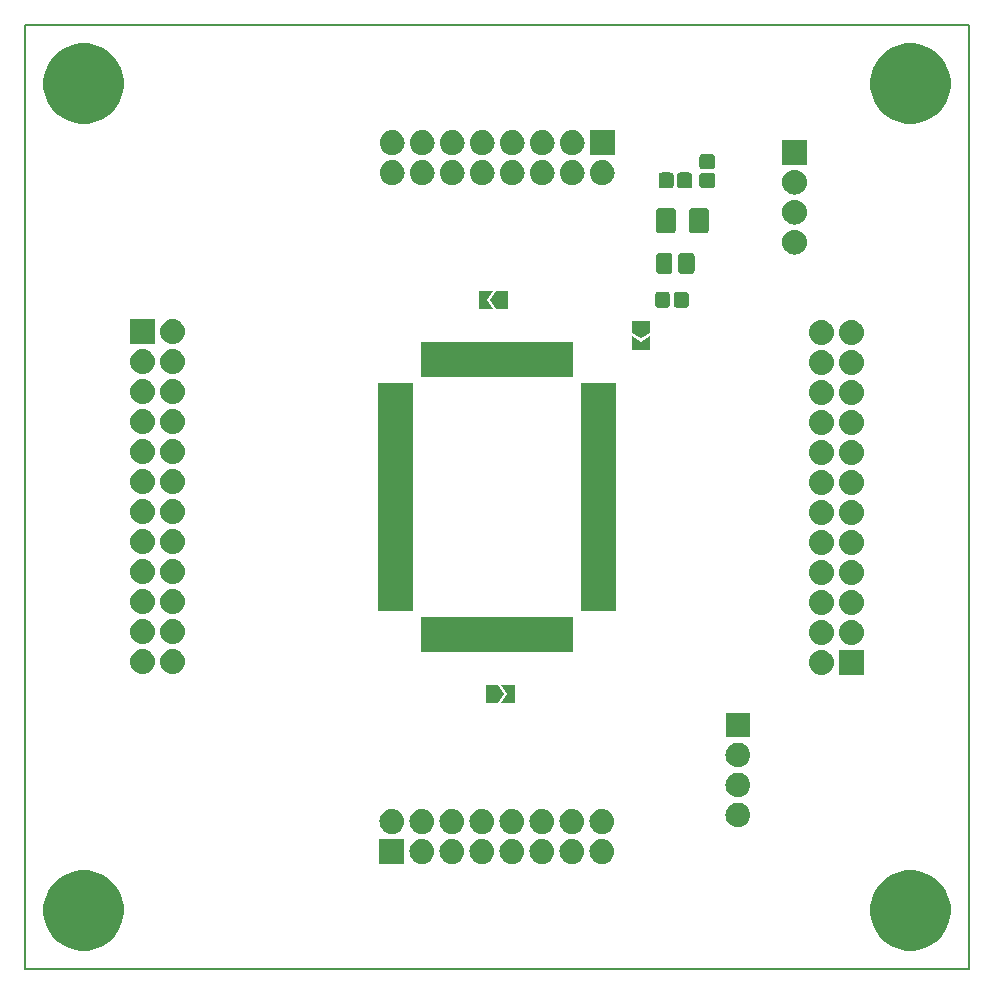
<source format=gbr>
G04 #@! TF.GenerationSoftware,KiCad,Pcbnew,5.0.0-rc3-unknown-101b68b~65~ubuntu18.04.1*
G04 #@! TF.CreationDate,2018-07-11T12:24:32+03:00*
G04 #@! TF.ProjectId,GB-BRK-CPU-G1,47422D42524B2D4350552D47312E6B69,v1.0*
G04 #@! TF.SameCoordinates,Original*
G04 #@! TF.FileFunction,Soldermask,Top*
G04 #@! TF.FilePolarity,Negative*
%FSLAX46Y46*%
G04 Gerber Fmt 4.6, Leading zero omitted, Abs format (unit mm)*
G04 Created by KiCad (PCBNEW 5.0.0-rc3-unknown-101b68b~65~ubuntu18.04.1) date Wed Jul 11 12:24:32 2018*
%MOMM*%
%LPD*%
G01*
G04 APERTURE LIST*
%ADD10C,0.150000*%
%ADD11C,0.100000*%
G04 APERTURE END LIST*
D10*
X140000000Y-60000000D02*
X60000000Y-60000000D01*
X140000000Y-140000000D02*
X140000000Y-60000000D01*
X60000000Y-140000000D02*
X140000000Y-140000000D01*
X60000000Y-60000000D02*
X60000000Y-140000000D01*
D11*
G36*
X135991743Y-131730660D02*
X135991745Y-131730661D01*
X135991746Y-131730661D01*
X136610504Y-131986959D01*
X137167372Y-132359046D01*
X137640954Y-132832628D01*
X138013041Y-133389496D01*
X138135618Y-133685422D01*
X138269340Y-134008257D01*
X138400000Y-134665129D01*
X138400000Y-135334871D01*
X138347263Y-135600000D01*
X138269339Y-135991746D01*
X138013041Y-136610504D01*
X137640954Y-137167372D01*
X137167372Y-137640954D01*
X136610504Y-138013041D01*
X135991746Y-138269339D01*
X135991745Y-138269339D01*
X135991743Y-138269340D01*
X135334871Y-138400000D01*
X134665129Y-138400000D01*
X134008257Y-138269340D01*
X134008255Y-138269339D01*
X134008254Y-138269339D01*
X133389496Y-138013041D01*
X132832628Y-137640954D01*
X132359046Y-137167372D01*
X131986959Y-136610504D01*
X131730661Y-135991746D01*
X131652738Y-135600000D01*
X131600000Y-135334871D01*
X131600000Y-134665129D01*
X131730660Y-134008257D01*
X131864383Y-133685422D01*
X131986959Y-133389496D01*
X132359046Y-132832628D01*
X132832628Y-132359046D01*
X133389496Y-131986959D01*
X134008254Y-131730661D01*
X134008255Y-131730661D01*
X134008257Y-131730660D01*
X134665129Y-131600000D01*
X135334871Y-131600000D01*
X135991743Y-131730660D01*
X135991743Y-131730660D01*
G37*
G36*
X65991743Y-131730660D02*
X65991745Y-131730661D01*
X65991746Y-131730661D01*
X66610504Y-131986959D01*
X67167372Y-132359046D01*
X67640954Y-132832628D01*
X68013041Y-133389496D01*
X68135618Y-133685422D01*
X68269340Y-134008257D01*
X68400000Y-134665129D01*
X68400000Y-135334871D01*
X68347263Y-135600000D01*
X68269339Y-135991746D01*
X68013041Y-136610504D01*
X67640954Y-137167372D01*
X67167372Y-137640954D01*
X66610504Y-138013041D01*
X65991746Y-138269339D01*
X65991745Y-138269339D01*
X65991743Y-138269340D01*
X65334871Y-138400000D01*
X64665129Y-138400000D01*
X64008257Y-138269340D01*
X64008255Y-138269339D01*
X64008254Y-138269339D01*
X63389496Y-138013041D01*
X62832628Y-137640954D01*
X62359046Y-137167372D01*
X61986959Y-136610504D01*
X61730661Y-135991746D01*
X61652738Y-135600000D01*
X61600000Y-135334871D01*
X61600000Y-134665129D01*
X61730660Y-134008257D01*
X61864383Y-133685422D01*
X61986959Y-133389496D01*
X62359046Y-132832628D01*
X62832628Y-132359046D01*
X63389496Y-131986959D01*
X64008254Y-131730661D01*
X64008255Y-131730661D01*
X64008257Y-131730660D01*
X64665129Y-131600000D01*
X65334871Y-131600000D01*
X65991743Y-131730660D01*
X65991743Y-131730660D01*
G37*
G36*
X109047272Y-128961395D02*
X109085836Y-128965193D01*
X109283762Y-129025233D01*
X109466171Y-129122733D01*
X109626054Y-129253946D01*
X109757267Y-129413829D01*
X109854767Y-129596238D01*
X109914807Y-129794164D01*
X109914807Y-129794166D01*
X109935081Y-130000000D01*
X109918143Y-130171961D01*
X109914807Y-130205836D01*
X109854767Y-130403762D01*
X109757267Y-130586171D01*
X109626054Y-130746054D01*
X109466171Y-130877267D01*
X109283762Y-130974767D01*
X109085836Y-131034807D01*
X109047271Y-131038605D01*
X108931584Y-131050000D01*
X108828416Y-131050000D01*
X108712729Y-131038605D01*
X108674164Y-131034807D01*
X108476238Y-130974767D01*
X108293829Y-130877267D01*
X108133946Y-130746054D01*
X108002733Y-130586171D01*
X107905233Y-130403762D01*
X107845193Y-130205836D01*
X107841857Y-130171961D01*
X107824919Y-130000000D01*
X107845193Y-129794166D01*
X107845193Y-129794164D01*
X107905233Y-129596238D01*
X108002733Y-129413829D01*
X108133946Y-129253946D01*
X108293829Y-129122733D01*
X108476238Y-129025233D01*
X108674164Y-128965193D01*
X108712728Y-128961395D01*
X108828416Y-128950000D01*
X108931584Y-128950000D01*
X109047272Y-128961395D01*
X109047272Y-128961395D01*
G37*
G36*
X103967272Y-128961395D02*
X104005836Y-128965193D01*
X104203762Y-129025233D01*
X104386171Y-129122733D01*
X104546054Y-129253946D01*
X104677267Y-129413829D01*
X104774767Y-129596238D01*
X104834807Y-129794164D01*
X104834807Y-129794166D01*
X104855081Y-130000000D01*
X104838143Y-130171961D01*
X104834807Y-130205836D01*
X104774767Y-130403762D01*
X104677267Y-130586171D01*
X104546054Y-130746054D01*
X104386171Y-130877267D01*
X104203762Y-130974767D01*
X104005836Y-131034807D01*
X103967271Y-131038605D01*
X103851584Y-131050000D01*
X103748416Y-131050000D01*
X103632729Y-131038605D01*
X103594164Y-131034807D01*
X103396238Y-130974767D01*
X103213829Y-130877267D01*
X103053946Y-130746054D01*
X102922733Y-130586171D01*
X102825233Y-130403762D01*
X102765193Y-130205836D01*
X102761857Y-130171961D01*
X102744919Y-130000000D01*
X102765193Y-129794166D01*
X102765193Y-129794164D01*
X102825233Y-129596238D01*
X102922733Y-129413829D01*
X103053946Y-129253946D01*
X103213829Y-129122733D01*
X103396238Y-129025233D01*
X103594164Y-128965193D01*
X103632728Y-128961395D01*
X103748416Y-128950000D01*
X103851584Y-128950000D01*
X103967272Y-128961395D01*
X103967272Y-128961395D01*
G37*
G36*
X92150000Y-131050000D02*
X90050000Y-131050000D01*
X90050000Y-128950000D01*
X92150000Y-128950000D01*
X92150000Y-131050000D01*
X92150000Y-131050000D01*
G37*
G36*
X93807272Y-128961395D02*
X93845836Y-128965193D01*
X94043762Y-129025233D01*
X94226171Y-129122733D01*
X94386054Y-129253946D01*
X94517267Y-129413829D01*
X94614767Y-129596238D01*
X94674807Y-129794164D01*
X94674807Y-129794166D01*
X94695081Y-130000000D01*
X94678143Y-130171961D01*
X94674807Y-130205836D01*
X94614767Y-130403762D01*
X94517267Y-130586171D01*
X94386054Y-130746054D01*
X94226171Y-130877267D01*
X94043762Y-130974767D01*
X93845836Y-131034807D01*
X93807271Y-131038605D01*
X93691584Y-131050000D01*
X93588416Y-131050000D01*
X93472729Y-131038605D01*
X93434164Y-131034807D01*
X93236238Y-130974767D01*
X93053829Y-130877267D01*
X92893946Y-130746054D01*
X92762733Y-130586171D01*
X92665233Y-130403762D01*
X92605193Y-130205836D01*
X92601857Y-130171961D01*
X92584919Y-130000000D01*
X92605193Y-129794166D01*
X92605193Y-129794164D01*
X92665233Y-129596238D01*
X92762733Y-129413829D01*
X92893946Y-129253946D01*
X93053829Y-129122733D01*
X93236238Y-129025233D01*
X93434164Y-128965193D01*
X93472728Y-128961395D01*
X93588416Y-128950000D01*
X93691584Y-128950000D01*
X93807272Y-128961395D01*
X93807272Y-128961395D01*
G37*
G36*
X96347272Y-128961395D02*
X96385836Y-128965193D01*
X96583762Y-129025233D01*
X96766171Y-129122733D01*
X96926054Y-129253946D01*
X97057267Y-129413829D01*
X97154767Y-129596238D01*
X97214807Y-129794164D01*
X97214807Y-129794166D01*
X97235081Y-130000000D01*
X97218143Y-130171961D01*
X97214807Y-130205836D01*
X97154767Y-130403762D01*
X97057267Y-130586171D01*
X96926054Y-130746054D01*
X96766171Y-130877267D01*
X96583762Y-130974767D01*
X96385836Y-131034807D01*
X96347271Y-131038605D01*
X96231584Y-131050000D01*
X96128416Y-131050000D01*
X96012729Y-131038605D01*
X95974164Y-131034807D01*
X95776238Y-130974767D01*
X95593829Y-130877267D01*
X95433946Y-130746054D01*
X95302733Y-130586171D01*
X95205233Y-130403762D01*
X95145193Y-130205836D01*
X95141857Y-130171961D01*
X95124919Y-130000000D01*
X95145193Y-129794166D01*
X95145193Y-129794164D01*
X95205233Y-129596238D01*
X95302733Y-129413829D01*
X95433946Y-129253946D01*
X95593829Y-129122733D01*
X95776238Y-129025233D01*
X95974164Y-128965193D01*
X96012728Y-128961395D01*
X96128416Y-128950000D01*
X96231584Y-128950000D01*
X96347272Y-128961395D01*
X96347272Y-128961395D01*
G37*
G36*
X101427272Y-128961395D02*
X101465836Y-128965193D01*
X101663762Y-129025233D01*
X101846171Y-129122733D01*
X102006054Y-129253946D01*
X102137267Y-129413829D01*
X102234767Y-129596238D01*
X102294807Y-129794164D01*
X102294807Y-129794166D01*
X102315081Y-130000000D01*
X102298143Y-130171961D01*
X102294807Y-130205836D01*
X102234767Y-130403762D01*
X102137267Y-130586171D01*
X102006054Y-130746054D01*
X101846171Y-130877267D01*
X101663762Y-130974767D01*
X101465836Y-131034807D01*
X101427271Y-131038605D01*
X101311584Y-131050000D01*
X101208416Y-131050000D01*
X101092729Y-131038605D01*
X101054164Y-131034807D01*
X100856238Y-130974767D01*
X100673829Y-130877267D01*
X100513946Y-130746054D01*
X100382733Y-130586171D01*
X100285233Y-130403762D01*
X100225193Y-130205836D01*
X100221857Y-130171961D01*
X100204919Y-130000000D01*
X100225193Y-129794166D01*
X100225193Y-129794164D01*
X100285233Y-129596238D01*
X100382733Y-129413829D01*
X100513946Y-129253946D01*
X100673829Y-129122733D01*
X100856238Y-129025233D01*
X101054164Y-128965193D01*
X101092728Y-128961395D01*
X101208416Y-128950000D01*
X101311584Y-128950000D01*
X101427272Y-128961395D01*
X101427272Y-128961395D01*
G37*
G36*
X106507272Y-128961395D02*
X106545836Y-128965193D01*
X106743762Y-129025233D01*
X106926171Y-129122733D01*
X107086054Y-129253946D01*
X107217267Y-129413829D01*
X107314767Y-129596238D01*
X107374807Y-129794164D01*
X107374807Y-129794166D01*
X107395081Y-130000000D01*
X107378143Y-130171961D01*
X107374807Y-130205836D01*
X107314767Y-130403762D01*
X107217267Y-130586171D01*
X107086054Y-130746054D01*
X106926171Y-130877267D01*
X106743762Y-130974767D01*
X106545836Y-131034807D01*
X106507271Y-131038605D01*
X106391584Y-131050000D01*
X106288416Y-131050000D01*
X106172729Y-131038605D01*
X106134164Y-131034807D01*
X105936238Y-130974767D01*
X105753829Y-130877267D01*
X105593946Y-130746054D01*
X105462733Y-130586171D01*
X105365233Y-130403762D01*
X105305193Y-130205836D01*
X105301857Y-130171961D01*
X105284919Y-130000000D01*
X105305193Y-129794166D01*
X105305193Y-129794164D01*
X105365233Y-129596238D01*
X105462733Y-129413829D01*
X105593946Y-129253946D01*
X105753829Y-129122733D01*
X105936238Y-129025233D01*
X106134164Y-128965193D01*
X106172728Y-128961395D01*
X106288416Y-128950000D01*
X106391584Y-128950000D01*
X106507272Y-128961395D01*
X106507272Y-128961395D01*
G37*
G36*
X98887272Y-128961395D02*
X98925836Y-128965193D01*
X99123762Y-129025233D01*
X99306171Y-129122733D01*
X99466054Y-129253946D01*
X99597267Y-129413829D01*
X99694767Y-129596238D01*
X99754807Y-129794164D01*
X99754807Y-129794166D01*
X99775081Y-130000000D01*
X99758143Y-130171961D01*
X99754807Y-130205836D01*
X99694767Y-130403762D01*
X99597267Y-130586171D01*
X99466054Y-130746054D01*
X99306171Y-130877267D01*
X99123762Y-130974767D01*
X98925836Y-131034807D01*
X98887271Y-131038605D01*
X98771584Y-131050000D01*
X98668416Y-131050000D01*
X98552729Y-131038605D01*
X98514164Y-131034807D01*
X98316238Y-130974767D01*
X98133829Y-130877267D01*
X97973946Y-130746054D01*
X97842733Y-130586171D01*
X97745233Y-130403762D01*
X97685193Y-130205836D01*
X97681857Y-130171961D01*
X97664919Y-130000000D01*
X97685193Y-129794166D01*
X97685193Y-129794164D01*
X97745233Y-129596238D01*
X97842733Y-129413829D01*
X97973946Y-129253946D01*
X98133829Y-129122733D01*
X98316238Y-129025233D01*
X98514164Y-128965193D01*
X98552728Y-128961395D01*
X98668416Y-128950000D01*
X98771584Y-128950000D01*
X98887272Y-128961395D01*
X98887272Y-128961395D01*
G37*
G36*
X109047271Y-126421395D02*
X109085836Y-126425193D01*
X109283762Y-126485233D01*
X109466171Y-126582733D01*
X109626054Y-126713946D01*
X109757267Y-126873829D01*
X109854767Y-127056238D01*
X109914807Y-127254164D01*
X109914807Y-127254166D01*
X109935081Y-127460000D01*
X109918143Y-127631961D01*
X109914807Y-127665836D01*
X109854767Y-127863762D01*
X109757267Y-128046171D01*
X109626054Y-128206054D01*
X109466171Y-128337267D01*
X109283762Y-128434767D01*
X109085836Y-128494807D01*
X109047272Y-128498605D01*
X108931584Y-128510000D01*
X108828416Y-128510000D01*
X108712728Y-128498605D01*
X108674164Y-128494807D01*
X108476238Y-128434767D01*
X108293829Y-128337267D01*
X108133946Y-128206054D01*
X108002733Y-128046171D01*
X107905233Y-127863762D01*
X107845193Y-127665836D01*
X107841857Y-127631961D01*
X107824919Y-127460000D01*
X107845193Y-127254166D01*
X107845193Y-127254164D01*
X107905233Y-127056238D01*
X108002733Y-126873829D01*
X108133946Y-126713946D01*
X108293829Y-126582733D01*
X108476238Y-126485233D01*
X108674164Y-126425193D01*
X108712729Y-126421395D01*
X108828416Y-126410000D01*
X108931584Y-126410000D01*
X109047271Y-126421395D01*
X109047271Y-126421395D01*
G37*
G36*
X106507271Y-126421395D02*
X106545836Y-126425193D01*
X106743762Y-126485233D01*
X106926171Y-126582733D01*
X107086054Y-126713946D01*
X107217267Y-126873829D01*
X107314767Y-127056238D01*
X107374807Y-127254164D01*
X107374807Y-127254166D01*
X107395081Y-127460000D01*
X107378143Y-127631961D01*
X107374807Y-127665836D01*
X107314767Y-127863762D01*
X107217267Y-128046171D01*
X107086054Y-128206054D01*
X106926171Y-128337267D01*
X106743762Y-128434767D01*
X106545836Y-128494807D01*
X106507272Y-128498605D01*
X106391584Y-128510000D01*
X106288416Y-128510000D01*
X106172728Y-128498605D01*
X106134164Y-128494807D01*
X105936238Y-128434767D01*
X105753829Y-128337267D01*
X105593946Y-128206054D01*
X105462733Y-128046171D01*
X105365233Y-127863762D01*
X105305193Y-127665836D01*
X105301857Y-127631961D01*
X105284919Y-127460000D01*
X105305193Y-127254166D01*
X105305193Y-127254164D01*
X105365233Y-127056238D01*
X105462733Y-126873829D01*
X105593946Y-126713946D01*
X105753829Y-126582733D01*
X105936238Y-126485233D01*
X106134164Y-126425193D01*
X106172729Y-126421395D01*
X106288416Y-126410000D01*
X106391584Y-126410000D01*
X106507271Y-126421395D01*
X106507271Y-126421395D01*
G37*
G36*
X103967271Y-126421395D02*
X104005836Y-126425193D01*
X104203762Y-126485233D01*
X104386171Y-126582733D01*
X104546054Y-126713946D01*
X104677267Y-126873829D01*
X104774767Y-127056238D01*
X104834807Y-127254164D01*
X104834807Y-127254166D01*
X104855081Y-127460000D01*
X104838143Y-127631961D01*
X104834807Y-127665836D01*
X104774767Y-127863762D01*
X104677267Y-128046171D01*
X104546054Y-128206054D01*
X104386171Y-128337267D01*
X104203762Y-128434767D01*
X104005836Y-128494807D01*
X103967272Y-128498605D01*
X103851584Y-128510000D01*
X103748416Y-128510000D01*
X103632728Y-128498605D01*
X103594164Y-128494807D01*
X103396238Y-128434767D01*
X103213829Y-128337267D01*
X103053946Y-128206054D01*
X102922733Y-128046171D01*
X102825233Y-127863762D01*
X102765193Y-127665836D01*
X102761857Y-127631961D01*
X102744919Y-127460000D01*
X102765193Y-127254166D01*
X102765193Y-127254164D01*
X102825233Y-127056238D01*
X102922733Y-126873829D01*
X103053946Y-126713946D01*
X103213829Y-126582733D01*
X103396238Y-126485233D01*
X103594164Y-126425193D01*
X103632729Y-126421395D01*
X103748416Y-126410000D01*
X103851584Y-126410000D01*
X103967271Y-126421395D01*
X103967271Y-126421395D01*
G37*
G36*
X101427271Y-126421395D02*
X101465836Y-126425193D01*
X101663762Y-126485233D01*
X101846171Y-126582733D01*
X102006054Y-126713946D01*
X102137267Y-126873829D01*
X102234767Y-127056238D01*
X102294807Y-127254164D01*
X102294807Y-127254166D01*
X102315081Y-127460000D01*
X102298143Y-127631961D01*
X102294807Y-127665836D01*
X102234767Y-127863762D01*
X102137267Y-128046171D01*
X102006054Y-128206054D01*
X101846171Y-128337267D01*
X101663762Y-128434767D01*
X101465836Y-128494807D01*
X101427272Y-128498605D01*
X101311584Y-128510000D01*
X101208416Y-128510000D01*
X101092728Y-128498605D01*
X101054164Y-128494807D01*
X100856238Y-128434767D01*
X100673829Y-128337267D01*
X100513946Y-128206054D01*
X100382733Y-128046171D01*
X100285233Y-127863762D01*
X100225193Y-127665836D01*
X100221857Y-127631961D01*
X100204919Y-127460000D01*
X100225193Y-127254166D01*
X100225193Y-127254164D01*
X100285233Y-127056238D01*
X100382733Y-126873829D01*
X100513946Y-126713946D01*
X100673829Y-126582733D01*
X100856238Y-126485233D01*
X101054164Y-126425193D01*
X101092729Y-126421395D01*
X101208416Y-126410000D01*
X101311584Y-126410000D01*
X101427271Y-126421395D01*
X101427271Y-126421395D01*
G37*
G36*
X98887271Y-126421395D02*
X98925836Y-126425193D01*
X99123762Y-126485233D01*
X99306171Y-126582733D01*
X99466054Y-126713946D01*
X99597267Y-126873829D01*
X99694767Y-127056238D01*
X99754807Y-127254164D01*
X99754807Y-127254166D01*
X99775081Y-127460000D01*
X99758143Y-127631961D01*
X99754807Y-127665836D01*
X99694767Y-127863762D01*
X99597267Y-128046171D01*
X99466054Y-128206054D01*
X99306171Y-128337267D01*
X99123762Y-128434767D01*
X98925836Y-128494807D01*
X98887272Y-128498605D01*
X98771584Y-128510000D01*
X98668416Y-128510000D01*
X98552728Y-128498605D01*
X98514164Y-128494807D01*
X98316238Y-128434767D01*
X98133829Y-128337267D01*
X97973946Y-128206054D01*
X97842733Y-128046171D01*
X97745233Y-127863762D01*
X97685193Y-127665836D01*
X97681857Y-127631961D01*
X97664919Y-127460000D01*
X97685193Y-127254166D01*
X97685193Y-127254164D01*
X97745233Y-127056238D01*
X97842733Y-126873829D01*
X97973946Y-126713946D01*
X98133829Y-126582733D01*
X98316238Y-126485233D01*
X98514164Y-126425193D01*
X98552729Y-126421395D01*
X98668416Y-126410000D01*
X98771584Y-126410000D01*
X98887271Y-126421395D01*
X98887271Y-126421395D01*
G37*
G36*
X96347271Y-126421395D02*
X96385836Y-126425193D01*
X96583762Y-126485233D01*
X96766171Y-126582733D01*
X96926054Y-126713946D01*
X97057267Y-126873829D01*
X97154767Y-127056238D01*
X97214807Y-127254164D01*
X97214807Y-127254166D01*
X97235081Y-127460000D01*
X97218143Y-127631961D01*
X97214807Y-127665836D01*
X97154767Y-127863762D01*
X97057267Y-128046171D01*
X96926054Y-128206054D01*
X96766171Y-128337267D01*
X96583762Y-128434767D01*
X96385836Y-128494807D01*
X96347272Y-128498605D01*
X96231584Y-128510000D01*
X96128416Y-128510000D01*
X96012728Y-128498605D01*
X95974164Y-128494807D01*
X95776238Y-128434767D01*
X95593829Y-128337267D01*
X95433946Y-128206054D01*
X95302733Y-128046171D01*
X95205233Y-127863762D01*
X95145193Y-127665836D01*
X95141857Y-127631961D01*
X95124919Y-127460000D01*
X95145193Y-127254166D01*
X95145193Y-127254164D01*
X95205233Y-127056238D01*
X95302733Y-126873829D01*
X95433946Y-126713946D01*
X95593829Y-126582733D01*
X95776238Y-126485233D01*
X95974164Y-126425193D01*
X96012729Y-126421395D01*
X96128416Y-126410000D01*
X96231584Y-126410000D01*
X96347271Y-126421395D01*
X96347271Y-126421395D01*
G37*
G36*
X93807271Y-126421395D02*
X93845836Y-126425193D01*
X94043762Y-126485233D01*
X94226171Y-126582733D01*
X94386054Y-126713946D01*
X94517267Y-126873829D01*
X94614767Y-127056238D01*
X94674807Y-127254164D01*
X94674807Y-127254166D01*
X94695081Y-127460000D01*
X94678143Y-127631961D01*
X94674807Y-127665836D01*
X94614767Y-127863762D01*
X94517267Y-128046171D01*
X94386054Y-128206054D01*
X94226171Y-128337267D01*
X94043762Y-128434767D01*
X93845836Y-128494807D01*
X93807272Y-128498605D01*
X93691584Y-128510000D01*
X93588416Y-128510000D01*
X93472728Y-128498605D01*
X93434164Y-128494807D01*
X93236238Y-128434767D01*
X93053829Y-128337267D01*
X92893946Y-128206054D01*
X92762733Y-128046171D01*
X92665233Y-127863762D01*
X92605193Y-127665836D01*
X92601857Y-127631961D01*
X92584919Y-127460000D01*
X92605193Y-127254166D01*
X92605193Y-127254164D01*
X92665233Y-127056238D01*
X92762733Y-126873829D01*
X92893946Y-126713946D01*
X93053829Y-126582733D01*
X93236238Y-126485233D01*
X93434164Y-126425193D01*
X93472729Y-126421395D01*
X93588416Y-126410000D01*
X93691584Y-126410000D01*
X93807271Y-126421395D01*
X93807271Y-126421395D01*
G37*
G36*
X91267271Y-126421395D02*
X91305836Y-126425193D01*
X91503762Y-126485233D01*
X91686171Y-126582733D01*
X91846054Y-126713946D01*
X91977267Y-126873829D01*
X92074767Y-127056238D01*
X92134807Y-127254164D01*
X92134807Y-127254166D01*
X92155081Y-127460000D01*
X92138143Y-127631961D01*
X92134807Y-127665836D01*
X92074767Y-127863762D01*
X91977267Y-128046171D01*
X91846054Y-128206054D01*
X91686171Y-128337267D01*
X91503762Y-128434767D01*
X91305836Y-128494807D01*
X91267272Y-128498605D01*
X91151584Y-128510000D01*
X91048416Y-128510000D01*
X90932728Y-128498605D01*
X90894164Y-128494807D01*
X90696238Y-128434767D01*
X90513829Y-128337267D01*
X90353946Y-128206054D01*
X90222733Y-128046171D01*
X90125233Y-127863762D01*
X90065193Y-127665836D01*
X90061857Y-127631961D01*
X90044919Y-127460000D01*
X90065193Y-127254166D01*
X90065193Y-127254164D01*
X90125233Y-127056238D01*
X90222733Y-126873829D01*
X90353946Y-126713946D01*
X90513829Y-126582733D01*
X90696238Y-126485233D01*
X90894164Y-126425193D01*
X90932729Y-126421395D01*
X91048416Y-126410000D01*
X91151584Y-126410000D01*
X91267271Y-126421395D01*
X91267271Y-126421395D01*
G37*
G36*
X120567272Y-125881395D02*
X120605836Y-125885193D01*
X120803762Y-125945233D01*
X120986171Y-126042733D01*
X121146054Y-126173946D01*
X121277267Y-126333829D01*
X121374767Y-126516238D01*
X121434807Y-126714164D01*
X121434807Y-126714166D01*
X121455081Y-126920000D01*
X121441662Y-127056238D01*
X121434807Y-127125836D01*
X121374767Y-127323762D01*
X121277267Y-127506171D01*
X121146054Y-127666054D01*
X120986171Y-127797267D01*
X120803762Y-127894767D01*
X120605836Y-127954807D01*
X120567272Y-127958605D01*
X120451584Y-127970000D01*
X120348416Y-127970000D01*
X120232728Y-127958605D01*
X120194164Y-127954807D01*
X119996238Y-127894767D01*
X119813829Y-127797267D01*
X119653946Y-127666054D01*
X119522733Y-127506171D01*
X119425233Y-127323762D01*
X119365193Y-127125836D01*
X119358338Y-127056238D01*
X119344919Y-126920000D01*
X119365193Y-126714166D01*
X119365193Y-126714164D01*
X119425233Y-126516238D01*
X119522733Y-126333829D01*
X119653946Y-126173946D01*
X119813829Y-126042733D01*
X119996238Y-125945233D01*
X120194164Y-125885193D01*
X120232728Y-125881395D01*
X120348416Y-125870000D01*
X120451584Y-125870000D01*
X120567272Y-125881395D01*
X120567272Y-125881395D01*
G37*
G36*
X120567272Y-123341395D02*
X120605836Y-123345193D01*
X120803762Y-123405233D01*
X120986171Y-123502733D01*
X121146054Y-123633946D01*
X121277267Y-123793829D01*
X121374767Y-123976238D01*
X121434807Y-124174164D01*
X121434807Y-124174166D01*
X121455081Y-124380000D01*
X121438143Y-124551961D01*
X121434807Y-124585836D01*
X121374767Y-124783762D01*
X121277267Y-124966171D01*
X121146054Y-125126054D01*
X120986171Y-125257267D01*
X120803762Y-125354767D01*
X120605836Y-125414807D01*
X120567271Y-125418605D01*
X120451584Y-125430000D01*
X120348416Y-125430000D01*
X120232729Y-125418605D01*
X120194164Y-125414807D01*
X119996238Y-125354767D01*
X119813829Y-125257267D01*
X119653946Y-125126054D01*
X119522733Y-124966171D01*
X119425233Y-124783762D01*
X119365193Y-124585836D01*
X119361857Y-124551961D01*
X119344919Y-124380000D01*
X119365193Y-124174166D01*
X119365193Y-124174164D01*
X119425233Y-123976238D01*
X119522733Y-123793829D01*
X119653946Y-123633946D01*
X119813829Y-123502733D01*
X119996238Y-123405233D01*
X120194164Y-123345193D01*
X120232728Y-123341395D01*
X120348416Y-123330000D01*
X120451584Y-123330000D01*
X120567272Y-123341395D01*
X120567272Y-123341395D01*
G37*
G36*
X120567272Y-120801395D02*
X120605836Y-120805193D01*
X120803762Y-120865233D01*
X120986171Y-120962733D01*
X121146054Y-121093946D01*
X121277267Y-121253829D01*
X121374767Y-121436238D01*
X121434807Y-121634164D01*
X121434807Y-121634166D01*
X121455081Y-121840000D01*
X121438143Y-122011961D01*
X121434807Y-122045836D01*
X121374767Y-122243762D01*
X121277267Y-122426171D01*
X121146054Y-122586054D01*
X120986171Y-122717267D01*
X120803762Y-122814767D01*
X120605836Y-122874807D01*
X120567272Y-122878605D01*
X120451584Y-122890000D01*
X120348416Y-122890000D01*
X120232728Y-122878605D01*
X120194164Y-122874807D01*
X119996238Y-122814767D01*
X119813829Y-122717267D01*
X119653946Y-122586054D01*
X119522733Y-122426171D01*
X119425233Y-122243762D01*
X119365193Y-122045836D01*
X119361857Y-122011961D01*
X119344919Y-121840000D01*
X119365193Y-121634166D01*
X119365193Y-121634164D01*
X119425233Y-121436238D01*
X119522733Y-121253829D01*
X119653946Y-121093946D01*
X119813829Y-120962733D01*
X119996238Y-120865233D01*
X120194164Y-120805193D01*
X120232728Y-120801395D01*
X120348416Y-120790000D01*
X120451584Y-120790000D01*
X120567272Y-120801395D01*
X120567272Y-120801395D01*
G37*
G36*
X121450000Y-120350000D02*
X119350000Y-120350000D01*
X119350000Y-118250000D01*
X121450000Y-118250000D01*
X121450000Y-120350000D01*
X121450000Y-120350000D01*
G37*
G36*
X101525000Y-117450000D02*
X100375000Y-117450000D01*
X100875000Y-116700000D01*
X100375000Y-115950000D01*
X101525000Y-115950000D01*
X101525000Y-117450000D01*
X101525000Y-117450000D01*
G37*
G36*
X100575000Y-116700000D02*
X100075000Y-117450000D01*
X99075000Y-117450000D01*
X99075000Y-115950000D01*
X100075000Y-115950000D01*
X100575000Y-116700000D01*
X100575000Y-116700000D01*
G37*
G36*
X131050000Y-115050000D02*
X128950000Y-115050000D01*
X128950000Y-112950000D01*
X131050000Y-112950000D01*
X131050000Y-115050000D01*
X131050000Y-115050000D01*
G37*
G36*
X127627272Y-112961395D02*
X127665836Y-112965193D01*
X127863762Y-113025233D01*
X128046171Y-113122733D01*
X128206054Y-113253946D01*
X128337267Y-113413829D01*
X128434767Y-113596238D01*
X128494807Y-113794164D01*
X128494807Y-113794166D01*
X128515081Y-114000000D01*
X128498143Y-114171961D01*
X128494807Y-114205836D01*
X128434767Y-114403762D01*
X128337267Y-114586171D01*
X128206054Y-114746054D01*
X128046171Y-114877267D01*
X127863762Y-114974767D01*
X127665836Y-115034807D01*
X127627272Y-115038605D01*
X127511584Y-115050000D01*
X127408416Y-115050000D01*
X127292728Y-115038605D01*
X127254164Y-115034807D01*
X127056238Y-114974767D01*
X126873829Y-114877267D01*
X126713946Y-114746054D01*
X126582733Y-114586171D01*
X126485233Y-114403762D01*
X126425193Y-114205836D01*
X126421857Y-114171961D01*
X126404919Y-114000000D01*
X126425193Y-113794166D01*
X126425193Y-113794164D01*
X126485233Y-113596238D01*
X126582733Y-113413829D01*
X126713946Y-113253946D01*
X126873829Y-113122733D01*
X127056238Y-113025233D01*
X127254164Y-112965193D01*
X127292728Y-112961395D01*
X127408416Y-112950000D01*
X127511584Y-112950000D01*
X127627272Y-112961395D01*
X127627272Y-112961395D01*
G37*
G36*
X70167272Y-112901395D02*
X70205836Y-112905193D01*
X70403762Y-112965233D01*
X70586171Y-113062733D01*
X70746054Y-113193946D01*
X70877267Y-113353829D01*
X70974767Y-113536238D01*
X71034807Y-113734164D01*
X71034807Y-113734166D01*
X71055081Y-113940000D01*
X71049171Y-114000000D01*
X71034807Y-114145836D01*
X70974767Y-114343762D01*
X70877267Y-114526171D01*
X70746054Y-114686054D01*
X70586171Y-114817267D01*
X70403762Y-114914767D01*
X70205836Y-114974807D01*
X70167272Y-114978605D01*
X70051584Y-114990000D01*
X69948416Y-114990000D01*
X69832728Y-114978605D01*
X69794164Y-114974807D01*
X69596238Y-114914767D01*
X69413829Y-114817267D01*
X69253946Y-114686054D01*
X69122733Y-114526171D01*
X69025233Y-114343762D01*
X68965193Y-114145836D01*
X68950829Y-114000000D01*
X68944919Y-113940000D01*
X68965193Y-113734166D01*
X68965193Y-113734164D01*
X69025233Y-113536238D01*
X69122733Y-113353829D01*
X69253946Y-113193946D01*
X69413829Y-113062733D01*
X69596238Y-112965233D01*
X69794164Y-112905193D01*
X69832728Y-112901395D01*
X69948416Y-112890000D01*
X70051584Y-112890000D01*
X70167272Y-112901395D01*
X70167272Y-112901395D01*
G37*
G36*
X72707272Y-112901395D02*
X72745836Y-112905193D01*
X72943762Y-112965233D01*
X73126171Y-113062733D01*
X73286054Y-113193946D01*
X73417267Y-113353829D01*
X73514767Y-113536238D01*
X73574807Y-113734164D01*
X73574807Y-113734166D01*
X73595081Y-113940000D01*
X73589171Y-114000000D01*
X73574807Y-114145836D01*
X73514767Y-114343762D01*
X73417267Y-114526171D01*
X73286054Y-114686054D01*
X73126171Y-114817267D01*
X72943762Y-114914767D01*
X72745836Y-114974807D01*
X72707272Y-114978605D01*
X72591584Y-114990000D01*
X72488416Y-114990000D01*
X72372728Y-114978605D01*
X72334164Y-114974807D01*
X72136238Y-114914767D01*
X71953829Y-114817267D01*
X71793946Y-114686054D01*
X71662733Y-114526171D01*
X71565233Y-114343762D01*
X71505193Y-114145836D01*
X71490829Y-114000000D01*
X71484919Y-113940000D01*
X71505193Y-113734166D01*
X71505193Y-113734164D01*
X71565233Y-113536238D01*
X71662733Y-113353829D01*
X71793946Y-113193946D01*
X71953829Y-113062733D01*
X72136238Y-112965233D01*
X72334164Y-112905193D01*
X72372728Y-112901395D01*
X72488416Y-112890000D01*
X72591584Y-112890000D01*
X72707272Y-112901395D01*
X72707272Y-112901395D01*
G37*
G36*
X106450000Y-113100000D02*
X93550000Y-113100000D01*
X93550000Y-110200000D01*
X106450000Y-110200000D01*
X106450000Y-113100000D01*
X106450000Y-113100000D01*
G37*
G36*
X130167272Y-110421395D02*
X130205836Y-110425193D01*
X130403762Y-110485233D01*
X130586171Y-110582733D01*
X130746054Y-110713946D01*
X130877267Y-110873829D01*
X130974767Y-111056238D01*
X131034807Y-111254164D01*
X131034807Y-111254166D01*
X131055081Y-111460000D01*
X131038143Y-111631961D01*
X131034807Y-111665836D01*
X130974767Y-111863762D01*
X130877267Y-112046171D01*
X130746054Y-112206054D01*
X130586171Y-112337267D01*
X130403762Y-112434767D01*
X130205836Y-112494807D01*
X130167272Y-112498605D01*
X130051584Y-112510000D01*
X129948416Y-112510000D01*
X129832728Y-112498605D01*
X129794164Y-112494807D01*
X129596238Y-112434767D01*
X129413829Y-112337267D01*
X129253946Y-112206054D01*
X129122733Y-112046171D01*
X129025233Y-111863762D01*
X128965193Y-111665836D01*
X128961857Y-111631961D01*
X128944919Y-111460000D01*
X128965193Y-111254166D01*
X128965193Y-111254164D01*
X129025233Y-111056238D01*
X129122733Y-110873829D01*
X129253946Y-110713946D01*
X129413829Y-110582733D01*
X129596238Y-110485233D01*
X129794164Y-110425193D01*
X129832728Y-110421395D01*
X129948416Y-110410000D01*
X130051584Y-110410000D01*
X130167272Y-110421395D01*
X130167272Y-110421395D01*
G37*
G36*
X127627272Y-110421395D02*
X127665836Y-110425193D01*
X127863762Y-110485233D01*
X128046171Y-110582733D01*
X128206054Y-110713946D01*
X128337267Y-110873829D01*
X128434767Y-111056238D01*
X128494807Y-111254164D01*
X128494807Y-111254166D01*
X128515081Y-111460000D01*
X128498143Y-111631961D01*
X128494807Y-111665836D01*
X128434767Y-111863762D01*
X128337267Y-112046171D01*
X128206054Y-112206054D01*
X128046171Y-112337267D01*
X127863762Y-112434767D01*
X127665836Y-112494807D01*
X127627272Y-112498605D01*
X127511584Y-112510000D01*
X127408416Y-112510000D01*
X127292728Y-112498605D01*
X127254164Y-112494807D01*
X127056238Y-112434767D01*
X126873829Y-112337267D01*
X126713946Y-112206054D01*
X126582733Y-112046171D01*
X126485233Y-111863762D01*
X126425193Y-111665836D01*
X126421857Y-111631961D01*
X126404919Y-111460000D01*
X126425193Y-111254166D01*
X126425193Y-111254164D01*
X126485233Y-111056238D01*
X126582733Y-110873829D01*
X126713946Y-110713946D01*
X126873829Y-110582733D01*
X127056238Y-110485233D01*
X127254164Y-110425193D01*
X127292728Y-110421395D01*
X127408416Y-110410000D01*
X127511584Y-110410000D01*
X127627272Y-110421395D01*
X127627272Y-110421395D01*
G37*
G36*
X70167271Y-110361395D02*
X70205836Y-110365193D01*
X70403762Y-110425233D01*
X70586171Y-110522733D01*
X70746054Y-110653946D01*
X70877267Y-110813829D01*
X70974767Y-110996238D01*
X71034807Y-111194164D01*
X71034807Y-111194166D01*
X71055081Y-111400000D01*
X71049171Y-111460000D01*
X71034807Y-111605836D01*
X70974767Y-111803762D01*
X70877267Y-111986171D01*
X70746054Y-112146054D01*
X70586171Y-112277267D01*
X70403762Y-112374767D01*
X70205836Y-112434807D01*
X70167272Y-112438605D01*
X70051584Y-112450000D01*
X69948416Y-112450000D01*
X69832728Y-112438605D01*
X69794164Y-112434807D01*
X69596238Y-112374767D01*
X69413829Y-112277267D01*
X69253946Y-112146054D01*
X69122733Y-111986171D01*
X69025233Y-111803762D01*
X68965193Y-111605836D01*
X68950829Y-111460000D01*
X68944919Y-111400000D01*
X68965193Y-111194166D01*
X68965193Y-111194164D01*
X69025233Y-110996238D01*
X69122733Y-110813829D01*
X69253946Y-110653946D01*
X69413829Y-110522733D01*
X69596238Y-110425233D01*
X69794164Y-110365193D01*
X69832729Y-110361395D01*
X69948416Y-110350000D01*
X70051584Y-110350000D01*
X70167271Y-110361395D01*
X70167271Y-110361395D01*
G37*
G36*
X72707271Y-110361395D02*
X72745836Y-110365193D01*
X72943762Y-110425233D01*
X73126171Y-110522733D01*
X73286054Y-110653946D01*
X73417267Y-110813829D01*
X73514767Y-110996238D01*
X73574807Y-111194164D01*
X73574807Y-111194166D01*
X73595081Y-111400000D01*
X73589171Y-111460000D01*
X73574807Y-111605836D01*
X73514767Y-111803762D01*
X73417267Y-111986171D01*
X73286054Y-112146054D01*
X73126171Y-112277267D01*
X72943762Y-112374767D01*
X72745836Y-112434807D01*
X72707272Y-112438605D01*
X72591584Y-112450000D01*
X72488416Y-112450000D01*
X72372728Y-112438605D01*
X72334164Y-112434807D01*
X72136238Y-112374767D01*
X71953829Y-112277267D01*
X71793946Y-112146054D01*
X71662733Y-111986171D01*
X71565233Y-111803762D01*
X71505193Y-111605836D01*
X71490829Y-111460000D01*
X71484919Y-111400000D01*
X71505193Y-111194166D01*
X71505193Y-111194164D01*
X71565233Y-110996238D01*
X71662733Y-110813829D01*
X71793946Y-110653946D01*
X71953829Y-110522733D01*
X72136238Y-110425233D01*
X72334164Y-110365193D01*
X72372729Y-110361395D01*
X72488416Y-110350000D01*
X72591584Y-110350000D01*
X72707271Y-110361395D01*
X72707271Y-110361395D01*
G37*
G36*
X127627272Y-107881395D02*
X127665836Y-107885193D01*
X127863762Y-107945233D01*
X128046171Y-108042733D01*
X128206054Y-108173946D01*
X128337267Y-108333829D01*
X128434767Y-108516238D01*
X128494807Y-108714164D01*
X128494807Y-108714166D01*
X128515081Y-108920000D01*
X128498143Y-109091961D01*
X128494807Y-109125836D01*
X128434767Y-109323762D01*
X128337267Y-109506171D01*
X128206054Y-109666054D01*
X128046171Y-109797267D01*
X127863762Y-109894767D01*
X127665836Y-109954807D01*
X127627272Y-109958605D01*
X127511584Y-109970000D01*
X127408416Y-109970000D01*
X127292728Y-109958605D01*
X127254164Y-109954807D01*
X127056238Y-109894767D01*
X126873829Y-109797267D01*
X126713946Y-109666054D01*
X126582733Y-109506171D01*
X126485233Y-109323762D01*
X126425193Y-109125836D01*
X126421857Y-109091961D01*
X126404919Y-108920000D01*
X126425193Y-108714166D01*
X126425193Y-108714164D01*
X126485233Y-108516238D01*
X126582733Y-108333829D01*
X126713946Y-108173946D01*
X126873829Y-108042733D01*
X127056238Y-107945233D01*
X127254164Y-107885193D01*
X127292728Y-107881395D01*
X127408416Y-107870000D01*
X127511584Y-107870000D01*
X127627272Y-107881395D01*
X127627272Y-107881395D01*
G37*
G36*
X130167272Y-107881395D02*
X130205836Y-107885193D01*
X130403762Y-107945233D01*
X130586171Y-108042733D01*
X130746054Y-108173946D01*
X130877267Y-108333829D01*
X130974767Y-108516238D01*
X131034807Y-108714164D01*
X131034807Y-108714166D01*
X131055081Y-108920000D01*
X131038143Y-109091961D01*
X131034807Y-109125836D01*
X130974767Y-109323762D01*
X130877267Y-109506171D01*
X130746054Y-109666054D01*
X130586171Y-109797267D01*
X130403762Y-109894767D01*
X130205836Y-109954807D01*
X130167272Y-109958605D01*
X130051584Y-109970000D01*
X129948416Y-109970000D01*
X129832728Y-109958605D01*
X129794164Y-109954807D01*
X129596238Y-109894767D01*
X129413829Y-109797267D01*
X129253946Y-109666054D01*
X129122733Y-109506171D01*
X129025233Y-109323762D01*
X128965193Y-109125836D01*
X128961857Y-109091961D01*
X128944919Y-108920000D01*
X128965193Y-108714166D01*
X128965193Y-108714164D01*
X129025233Y-108516238D01*
X129122733Y-108333829D01*
X129253946Y-108173946D01*
X129413829Y-108042733D01*
X129596238Y-107945233D01*
X129794164Y-107885193D01*
X129832728Y-107881395D01*
X129948416Y-107870000D01*
X130051584Y-107870000D01*
X130167272Y-107881395D01*
X130167272Y-107881395D01*
G37*
G36*
X70167272Y-107821395D02*
X70205836Y-107825193D01*
X70403762Y-107885233D01*
X70586171Y-107982733D01*
X70746054Y-108113946D01*
X70877267Y-108273829D01*
X70974767Y-108456238D01*
X71034807Y-108654164D01*
X71034807Y-108654166D01*
X71055081Y-108860000D01*
X71049171Y-108920000D01*
X71034807Y-109065836D01*
X70974767Y-109263762D01*
X70877267Y-109446171D01*
X70746054Y-109606054D01*
X70586171Y-109737267D01*
X70403762Y-109834767D01*
X70205836Y-109894807D01*
X70167271Y-109898605D01*
X70051584Y-109910000D01*
X69948416Y-109910000D01*
X69832729Y-109898605D01*
X69794164Y-109894807D01*
X69596238Y-109834767D01*
X69413829Y-109737267D01*
X69253946Y-109606054D01*
X69122733Y-109446171D01*
X69025233Y-109263762D01*
X68965193Y-109065836D01*
X68950829Y-108920000D01*
X68944919Y-108860000D01*
X68965193Y-108654166D01*
X68965193Y-108654164D01*
X69025233Y-108456238D01*
X69122733Y-108273829D01*
X69253946Y-108113946D01*
X69413829Y-107982733D01*
X69596238Y-107885233D01*
X69794164Y-107825193D01*
X69832728Y-107821395D01*
X69948416Y-107810000D01*
X70051584Y-107810000D01*
X70167272Y-107821395D01*
X70167272Y-107821395D01*
G37*
G36*
X72707272Y-107821395D02*
X72745836Y-107825193D01*
X72943762Y-107885233D01*
X73126171Y-107982733D01*
X73286054Y-108113946D01*
X73417267Y-108273829D01*
X73514767Y-108456238D01*
X73574807Y-108654164D01*
X73574807Y-108654166D01*
X73595081Y-108860000D01*
X73589171Y-108920000D01*
X73574807Y-109065836D01*
X73514767Y-109263762D01*
X73417267Y-109446171D01*
X73286054Y-109606054D01*
X73126171Y-109737267D01*
X72943762Y-109834767D01*
X72745836Y-109894807D01*
X72707271Y-109898605D01*
X72591584Y-109910000D01*
X72488416Y-109910000D01*
X72372729Y-109898605D01*
X72334164Y-109894807D01*
X72136238Y-109834767D01*
X71953829Y-109737267D01*
X71793946Y-109606054D01*
X71662733Y-109446171D01*
X71565233Y-109263762D01*
X71505193Y-109065836D01*
X71490829Y-108920000D01*
X71484919Y-108860000D01*
X71505193Y-108654166D01*
X71505193Y-108654164D01*
X71565233Y-108456238D01*
X71662733Y-108273829D01*
X71793946Y-108113946D01*
X71953829Y-107982733D01*
X72136238Y-107885233D01*
X72334164Y-107825193D01*
X72372728Y-107821395D01*
X72488416Y-107810000D01*
X72591584Y-107810000D01*
X72707272Y-107821395D01*
X72707272Y-107821395D01*
G37*
G36*
X92850000Y-109650000D02*
X89950000Y-109650000D01*
X89950000Y-90350000D01*
X92850000Y-90350000D01*
X92850000Y-109650000D01*
X92850000Y-109650000D01*
G37*
G36*
X110050000Y-109650000D02*
X107150000Y-109650000D01*
X107150000Y-90350000D01*
X110050000Y-90350000D01*
X110050000Y-109650000D01*
X110050000Y-109650000D01*
G37*
G36*
X130167271Y-105341395D02*
X130205836Y-105345193D01*
X130403762Y-105405233D01*
X130586171Y-105502733D01*
X130746054Y-105633946D01*
X130877267Y-105793829D01*
X130974767Y-105976238D01*
X131034807Y-106174164D01*
X131034807Y-106174166D01*
X131055081Y-106380000D01*
X131038143Y-106551961D01*
X131034807Y-106585836D01*
X130974767Y-106783762D01*
X130877267Y-106966171D01*
X130746054Y-107126054D01*
X130586171Y-107257267D01*
X130403762Y-107354767D01*
X130205836Y-107414807D01*
X130167272Y-107418605D01*
X130051584Y-107430000D01*
X129948416Y-107430000D01*
X129832728Y-107418605D01*
X129794164Y-107414807D01*
X129596238Y-107354767D01*
X129413829Y-107257267D01*
X129253946Y-107126054D01*
X129122733Y-106966171D01*
X129025233Y-106783762D01*
X128965193Y-106585836D01*
X128961857Y-106551961D01*
X128944919Y-106380000D01*
X128965193Y-106174166D01*
X128965193Y-106174164D01*
X129025233Y-105976238D01*
X129122733Y-105793829D01*
X129253946Y-105633946D01*
X129413829Y-105502733D01*
X129596238Y-105405233D01*
X129794164Y-105345193D01*
X129832729Y-105341395D01*
X129948416Y-105330000D01*
X130051584Y-105330000D01*
X130167271Y-105341395D01*
X130167271Y-105341395D01*
G37*
G36*
X127627271Y-105341395D02*
X127665836Y-105345193D01*
X127863762Y-105405233D01*
X128046171Y-105502733D01*
X128206054Y-105633946D01*
X128337267Y-105793829D01*
X128434767Y-105976238D01*
X128494807Y-106174164D01*
X128494807Y-106174166D01*
X128515081Y-106380000D01*
X128498143Y-106551961D01*
X128494807Y-106585836D01*
X128434767Y-106783762D01*
X128337267Y-106966171D01*
X128206054Y-107126054D01*
X128046171Y-107257267D01*
X127863762Y-107354767D01*
X127665836Y-107414807D01*
X127627272Y-107418605D01*
X127511584Y-107430000D01*
X127408416Y-107430000D01*
X127292728Y-107418605D01*
X127254164Y-107414807D01*
X127056238Y-107354767D01*
X126873829Y-107257267D01*
X126713946Y-107126054D01*
X126582733Y-106966171D01*
X126485233Y-106783762D01*
X126425193Y-106585836D01*
X126421857Y-106551961D01*
X126404919Y-106380000D01*
X126425193Y-106174166D01*
X126425193Y-106174164D01*
X126485233Y-105976238D01*
X126582733Y-105793829D01*
X126713946Y-105633946D01*
X126873829Y-105502733D01*
X127056238Y-105405233D01*
X127254164Y-105345193D01*
X127292729Y-105341395D01*
X127408416Y-105330000D01*
X127511584Y-105330000D01*
X127627271Y-105341395D01*
X127627271Y-105341395D01*
G37*
G36*
X70167271Y-105281395D02*
X70205836Y-105285193D01*
X70403762Y-105345233D01*
X70586171Y-105442733D01*
X70746054Y-105573946D01*
X70877267Y-105733829D01*
X70974767Y-105916238D01*
X71034807Y-106114164D01*
X71034807Y-106114166D01*
X71055081Y-106320000D01*
X71049171Y-106380000D01*
X71034807Y-106525836D01*
X70974767Y-106723762D01*
X70877267Y-106906171D01*
X70746054Y-107066054D01*
X70586171Y-107197267D01*
X70403762Y-107294767D01*
X70205836Y-107354807D01*
X70167272Y-107358605D01*
X70051584Y-107370000D01*
X69948416Y-107370000D01*
X69832728Y-107358605D01*
X69794164Y-107354807D01*
X69596238Y-107294767D01*
X69413829Y-107197267D01*
X69253946Y-107066054D01*
X69122733Y-106906171D01*
X69025233Y-106723762D01*
X68965193Y-106525836D01*
X68950829Y-106380000D01*
X68944919Y-106320000D01*
X68965193Y-106114166D01*
X68965193Y-106114164D01*
X69025233Y-105916238D01*
X69122733Y-105733829D01*
X69253946Y-105573946D01*
X69413829Y-105442733D01*
X69596238Y-105345233D01*
X69794164Y-105285193D01*
X69832728Y-105281395D01*
X69948416Y-105270000D01*
X70051584Y-105270000D01*
X70167271Y-105281395D01*
X70167271Y-105281395D01*
G37*
G36*
X72707271Y-105281395D02*
X72745836Y-105285193D01*
X72943762Y-105345233D01*
X73126171Y-105442733D01*
X73286054Y-105573946D01*
X73417267Y-105733829D01*
X73514767Y-105916238D01*
X73574807Y-106114164D01*
X73574807Y-106114166D01*
X73595081Y-106320000D01*
X73589171Y-106380000D01*
X73574807Y-106525836D01*
X73514767Y-106723762D01*
X73417267Y-106906171D01*
X73286054Y-107066054D01*
X73126171Y-107197267D01*
X72943762Y-107294767D01*
X72745836Y-107354807D01*
X72707272Y-107358605D01*
X72591584Y-107370000D01*
X72488416Y-107370000D01*
X72372728Y-107358605D01*
X72334164Y-107354807D01*
X72136238Y-107294767D01*
X71953829Y-107197267D01*
X71793946Y-107066054D01*
X71662733Y-106906171D01*
X71565233Y-106723762D01*
X71505193Y-106525836D01*
X71490829Y-106380000D01*
X71484919Y-106320000D01*
X71505193Y-106114166D01*
X71505193Y-106114164D01*
X71565233Y-105916238D01*
X71662733Y-105733829D01*
X71793946Y-105573946D01*
X71953829Y-105442733D01*
X72136238Y-105345233D01*
X72334164Y-105285193D01*
X72372728Y-105281395D01*
X72488416Y-105270000D01*
X72591584Y-105270000D01*
X72707271Y-105281395D01*
X72707271Y-105281395D01*
G37*
G36*
X127627271Y-102801395D02*
X127665836Y-102805193D01*
X127863762Y-102865233D01*
X128046171Y-102962733D01*
X128206054Y-103093946D01*
X128337267Y-103253829D01*
X128434767Y-103436238D01*
X128494807Y-103634164D01*
X128494807Y-103634166D01*
X128515081Y-103840000D01*
X128498143Y-104011961D01*
X128494807Y-104045836D01*
X128434767Y-104243762D01*
X128337267Y-104426171D01*
X128206054Y-104586054D01*
X128046171Y-104717267D01*
X127863762Y-104814767D01*
X127665836Y-104874807D01*
X127627271Y-104878605D01*
X127511584Y-104890000D01*
X127408416Y-104890000D01*
X127292729Y-104878605D01*
X127254164Y-104874807D01*
X127056238Y-104814767D01*
X126873829Y-104717267D01*
X126713946Y-104586054D01*
X126582733Y-104426171D01*
X126485233Y-104243762D01*
X126425193Y-104045836D01*
X126421857Y-104011961D01*
X126404919Y-103840000D01*
X126425193Y-103634166D01*
X126425193Y-103634164D01*
X126485233Y-103436238D01*
X126582733Y-103253829D01*
X126713946Y-103093946D01*
X126873829Y-102962733D01*
X127056238Y-102865233D01*
X127254164Y-102805193D01*
X127292729Y-102801395D01*
X127408416Y-102790000D01*
X127511584Y-102790000D01*
X127627271Y-102801395D01*
X127627271Y-102801395D01*
G37*
G36*
X130167271Y-102801395D02*
X130205836Y-102805193D01*
X130403762Y-102865233D01*
X130586171Y-102962733D01*
X130746054Y-103093946D01*
X130877267Y-103253829D01*
X130974767Y-103436238D01*
X131034807Y-103634164D01*
X131034807Y-103634166D01*
X131055081Y-103840000D01*
X131038143Y-104011961D01*
X131034807Y-104045836D01*
X130974767Y-104243762D01*
X130877267Y-104426171D01*
X130746054Y-104586054D01*
X130586171Y-104717267D01*
X130403762Y-104814767D01*
X130205836Y-104874807D01*
X130167271Y-104878605D01*
X130051584Y-104890000D01*
X129948416Y-104890000D01*
X129832729Y-104878605D01*
X129794164Y-104874807D01*
X129596238Y-104814767D01*
X129413829Y-104717267D01*
X129253946Y-104586054D01*
X129122733Y-104426171D01*
X129025233Y-104243762D01*
X128965193Y-104045836D01*
X128961857Y-104011961D01*
X128944919Y-103840000D01*
X128965193Y-103634166D01*
X128965193Y-103634164D01*
X129025233Y-103436238D01*
X129122733Y-103253829D01*
X129253946Y-103093946D01*
X129413829Y-102962733D01*
X129596238Y-102865233D01*
X129794164Y-102805193D01*
X129832729Y-102801395D01*
X129948416Y-102790000D01*
X130051584Y-102790000D01*
X130167271Y-102801395D01*
X130167271Y-102801395D01*
G37*
G36*
X72707271Y-102741395D02*
X72745836Y-102745193D01*
X72943762Y-102805233D01*
X73126171Y-102902733D01*
X73286054Y-103033946D01*
X73417267Y-103193829D01*
X73514767Y-103376238D01*
X73574807Y-103574164D01*
X73574807Y-103574166D01*
X73595081Y-103780000D01*
X73589171Y-103840000D01*
X73574807Y-103985836D01*
X73514767Y-104183762D01*
X73417267Y-104366171D01*
X73286054Y-104526054D01*
X73126171Y-104657267D01*
X72943762Y-104754767D01*
X72745836Y-104814807D01*
X72707272Y-104818605D01*
X72591584Y-104830000D01*
X72488416Y-104830000D01*
X72372728Y-104818605D01*
X72334164Y-104814807D01*
X72136238Y-104754767D01*
X71953829Y-104657267D01*
X71793946Y-104526054D01*
X71662733Y-104366171D01*
X71565233Y-104183762D01*
X71505193Y-103985836D01*
X71490829Y-103840000D01*
X71484919Y-103780000D01*
X71505193Y-103574166D01*
X71505193Y-103574164D01*
X71565233Y-103376238D01*
X71662733Y-103193829D01*
X71793946Y-103033946D01*
X71953829Y-102902733D01*
X72136238Y-102805233D01*
X72334164Y-102745193D01*
X72372728Y-102741395D01*
X72488416Y-102730000D01*
X72591584Y-102730000D01*
X72707271Y-102741395D01*
X72707271Y-102741395D01*
G37*
G36*
X70167271Y-102741395D02*
X70205836Y-102745193D01*
X70403762Y-102805233D01*
X70586171Y-102902733D01*
X70746054Y-103033946D01*
X70877267Y-103193829D01*
X70974767Y-103376238D01*
X71034807Y-103574164D01*
X71034807Y-103574166D01*
X71055081Y-103780000D01*
X71049171Y-103840000D01*
X71034807Y-103985836D01*
X70974767Y-104183762D01*
X70877267Y-104366171D01*
X70746054Y-104526054D01*
X70586171Y-104657267D01*
X70403762Y-104754767D01*
X70205836Y-104814807D01*
X70167272Y-104818605D01*
X70051584Y-104830000D01*
X69948416Y-104830000D01*
X69832728Y-104818605D01*
X69794164Y-104814807D01*
X69596238Y-104754767D01*
X69413829Y-104657267D01*
X69253946Y-104526054D01*
X69122733Y-104366171D01*
X69025233Y-104183762D01*
X68965193Y-103985836D01*
X68950829Y-103840000D01*
X68944919Y-103780000D01*
X68965193Y-103574166D01*
X68965193Y-103574164D01*
X69025233Y-103376238D01*
X69122733Y-103193829D01*
X69253946Y-103033946D01*
X69413829Y-102902733D01*
X69596238Y-102805233D01*
X69794164Y-102745193D01*
X69832728Y-102741395D01*
X69948416Y-102730000D01*
X70051584Y-102730000D01*
X70167271Y-102741395D01*
X70167271Y-102741395D01*
G37*
G36*
X130167271Y-100261395D02*
X130205836Y-100265193D01*
X130403762Y-100325233D01*
X130586171Y-100422733D01*
X130746054Y-100553946D01*
X130877267Y-100713829D01*
X130974767Y-100896238D01*
X131034807Y-101094164D01*
X131034807Y-101094166D01*
X131055081Y-101300000D01*
X131038143Y-101471961D01*
X131034807Y-101505836D01*
X130974767Y-101703762D01*
X130877267Y-101886171D01*
X130746054Y-102046054D01*
X130586171Y-102177267D01*
X130403762Y-102274767D01*
X130205836Y-102334807D01*
X130167271Y-102338605D01*
X130051584Y-102350000D01*
X129948416Y-102350000D01*
X129832729Y-102338605D01*
X129794164Y-102334807D01*
X129596238Y-102274767D01*
X129413829Y-102177267D01*
X129253946Y-102046054D01*
X129122733Y-101886171D01*
X129025233Y-101703762D01*
X128965193Y-101505836D01*
X128961857Y-101471961D01*
X128944919Y-101300000D01*
X128965193Y-101094166D01*
X128965193Y-101094164D01*
X129025233Y-100896238D01*
X129122733Y-100713829D01*
X129253946Y-100553946D01*
X129413829Y-100422733D01*
X129596238Y-100325233D01*
X129794164Y-100265193D01*
X129832729Y-100261395D01*
X129948416Y-100250000D01*
X130051584Y-100250000D01*
X130167271Y-100261395D01*
X130167271Y-100261395D01*
G37*
G36*
X127627271Y-100261395D02*
X127665836Y-100265193D01*
X127863762Y-100325233D01*
X128046171Y-100422733D01*
X128206054Y-100553946D01*
X128337267Y-100713829D01*
X128434767Y-100896238D01*
X128494807Y-101094164D01*
X128494807Y-101094166D01*
X128515081Y-101300000D01*
X128498143Y-101471961D01*
X128494807Y-101505836D01*
X128434767Y-101703762D01*
X128337267Y-101886171D01*
X128206054Y-102046054D01*
X128046171Y-102177267D01*
X127863762Y-102274767D01*
X127665836Y-102334807D01*
X127627271Y-102338605D01*
X127511584Y-102350000D01*
X127408416Y-102350000D01*
X127292729Y-102338605D01*
X127254164Y-102334807D01*
X127056238Y-102274767D01*
X126873829Y-102177267D01*
X126713946Y-102046054D01*
X126582733Y-101886171D01*
X126485233Y-101703762D01*
X126425193Y-101505836D01*
X126421857Y-101471961D01*
X126404919Y-101300000D01*
X126425193Y-101094166D01*
X126425193Y-101094164D01*
X126485233Y-100896238D01*
X126582733Y-100713829D01*
X126713946Y-100553946D01*
X126873829Y-100422733D01*
X127056238Y-100325233D01*
X127254164Y-100265193D01*
X127292729Y-100261395D01*
X127408416Y-100250000D01*
X127511584Y-100250000D01*
X127627271Y-100261395D01*
X127627271Y-100261395D01*
G37*
G36*
X70167272Y-100201395D02*
X70205836Y-100205193D01*
X70403762Y-100265233D01*
X70586171Y-100362733D01*
X70746054Y-100493946D01*
X70877267Y-100653829D01*
X70974767Y-100836238D01*
X71034807Y-101034164D01*
X71034807Y-101034166D01*
X71055081Y-101240000D01*
X71049171Y-101300000D01*
X71034807Y-101445836D01*
X70974767Y-101643762D01*
X70877267Y-101826171D01*
X70746054Y-101986054D01*
X70586171Y-102117267D01*
X70403762Y-102214767D01*
X70205836Y-102274807D01*
X70167272Y-102278605D01*
X70051584Y-102290000D01*
X69948416Y-102290000D01*
X69832728Y-102278605D01*
X69794164Y-102274807D01*
X69596238Y-102214767D01*
X69413829Y-102117267D01*
X69253946Y-101986054D01*
X69122733Y-101826171D01*
X69025233Y-101643762D01*
X68965193Y-101445836D01*
X68950829Y-101300000D01*
X68944919Y-101240000D01*
X68965193Y-101034166D01*
X68965193Y-101034164D01*
X69025233Y-100836238D01*
X69122733Y-100653829D01*
X69253946Y-100493946D01*
X69413829Y-100362733D01*
X69596238Y-100265233D01*
X69794164Y-100205193D01*
X69832728Y-100201395D01*
X69948416Y-100190000D01*
X70051584Y-100190000D01*
X70167272Y-100201395D01*
X70167272Y-100201395D01*
G37*
G36*
X72707272Y-100201395D02*
X72745836Y-100205193D01*
X72943762Y-100265233D01*
X73126171Y-100362733D01*
X73286054Y-100493946D01*
X73417267Y-100653829D01*
X73514767Y-100836238D01*
X73574807Y-101034164D01*
X73574807Y-101034166D01*
X73595081Y-101240000D01*
X73589171Y-101300000D01*
X73574807Y-101445836D01*
X73514767Y-101643762D01*
X73417267Y-101826171D01*
X73286054Y-101986054D01*
X73126171Y-102117267D01*
X72943762Y-102214767D01*
X72745836Y-102274807D01*
X72707272Y-102278605D01*
X72591584Y-102290000D01*
X72488416Y-102290000D01*
X72372728Y-102278605D01*
X72334164Y-102274807D01*
X72136238Y-102214767D01*
X71953829Y-102117267D01*
X71793946Y-101986054D01*
X71662733Y-101826171D01*
X71565233Y-101643762D01*
X71505193Y-101445836D01*
X71490829Y-101300000D01*
X71484919Y-101240000D01*
X71505193Y-101034166D01*
X71505193Y-101034164D01*
X71565233Y-100836238D01*
X71662733Y-100653829D01*
X71793946Y-100493946D01*
X71953829Y-100362733D01*
X72136238Y-100265233D01*
X72334164Y-100205193D01*
X72372728Y-100201395D01*
X72488416Y-100190000D01*
X72591584Y-100190000D01*
X72707272Y-100201395D01*
X72707272Y-100201395D01*
G37*
G36*
X127627271Y-97721395D02*
X127665836Y-97725193D01*
X127863762Y-97785233D01*
X128046171Y-97882733D01*
X128206054Y-98013946D01*
X128337267Y-98173829D01*
X128434767Y-98356238D01*
X128494807Y-98554164D01*
X128494807Y-98554166D01*
X128515081Y-98760000D01*
X128498143Y-98931961D01*
X128494807Y-98965836D01*
X128434767Y-99163762D01*
X128337267Y-99346171D01*
X128206054Y-99506054D01*
X128046171Y-99637267D01*
X127863762Y-99734767D01*
X127665836Y-99794807D01*
X127627271Y-99798605D01*
X127511584Y-99810000D01*
X127408416Y-99810000D01*
X127292728Y-99798605D01*
X127254164Y-99794807D01*
X127056238Y-99734767D01*
X126873829Y-99637267D01*
X126713946Y-99506054D01*
X126582733Y-99346171D01*
X126485233Y-99163762D01*
X126425193Y-98965836D01*
X126421857Y-98931961D01*
X126404919Y-98760000D01*
X126425193Y-98554166D01*
X126425193Y-98554164D01*
X126485233Y-98356238D01*
X126582733Y-98173829D01*
X126713946Y-98013946D01*
X126873829Y-97882733D01*
X127056238Y-97785233D01*
X127254164Y-97725193D01*
X127292729Y-97721395D01*
X127408416Y-97710000D01*
X127511584Y-97710000D01*
X127627271Y-97721395D01*
X127627271Y-97721395D01*
G37*
G36*
X130167271Y-97721395D02*
X130205836Y-97725193D01*
X130403762Y-97785233D01*
X130586171Y-97882733D01*
X130746054Y-98013946D01*
X130877267Y-98173829D01*
X130974767Y-98356238D01*
X131034807Y-98554164D01*
X131034807Y-98554166D01*
X131055081Y-98760000D01*
X131038143Y-98931961D01*
X131034807Y-98965836D01*
X130974767Y-99163762D01*
X130877267Y-99346171D01*
X130746054Y-99506054D01*
X130586171Y-99637267D01*
X130403762Y-99734767D01*
X130205836Y-99794807D01*
X130167271Y-99798605D01*
X130051584Y-99810000D01*
X129948416Y-99810000D01*
X129832728Y-99798605D01*
X129794164Y-99794807D01*
X129596238Y-99734767D01*
X129413829Y-99637267D01*
X129253946Y-99506054D01*
X129122733Y-99346171D01*
X129025233Y-99163762D01*
X128965193Y-98965836D01*
X128961857Y-98931961D01*
X128944919Y-98760000D01*
X128965193Y-98554166D01*
X128965193Y-98554164D01*
X129025233Y-98356238D01*
X129122733Y-98173829D01*
X129253946Y-98013946D01*
X129413829Y-97882733D01*
X129596238Y-97785233D01*
X129794164Y-97725193D01*
X129832729Y-97721395D01*
X129948416Y-97710000D01*
X130051584Y-97710000D01*
X130167271Y-97721395D01*
X130167271Y-97721395D01*
G37*
G36*
X70167272Y-97661395D02*
X70205836Y-97665193D01*
X70403762Y-97725233D01*
X70586171Y-97822733D01*
X70746054Y-97953946D01*
X70877267Y-98113829D01*
X70974767Y-98296238D01*
X71034807Y-98494164D01*
X71034807Y-98494166D01*
X71055081Y-98700000D01*
X71049171Y-98760000D01*
X71034807Y-98905836D01*
X70974767Y-99103762D01*
X70877267Y-99286171D01*
X70746054Y-99446054D01*
X70586171Y-99577267D01*
X70403762Y-99674767D01*
X70205836Y-99734807D01*
X70167271Y-99738605D01*
X70051584Y-99750000D01*
X69948416Y-99750000D01*
X69832728Y-99738605D01*
X69794164Y-99734807D01*
X69596238Y-99674767D01*
X69413829Y-99577267D01*
X69253946Y-99446054D01*
X69122733Y-99286171D01*
X69025233Y-99103762D01*
X68965193Y-98905836D01*
X68950829Y-98760000D01*
X68944919Y-98700000D01*
X68965193Y-98494166D01*
X68965193Y-98494164D01*
X69025233Y-98296238D01*
X69122733Y-98113829D01*
X69253946Y-97953946D01*
X69413829Y-97822733D01*
X69596238Y-97725233D01*
X69794164Y-97665193D01*
X69832728Y-97661395D01*
X69948416Y-97650000D01*
X70051584Y-97650000D01*
X70167272Y-97661395D01*
X70167272Y-97661395D01*
G37*
G36*
X72707272Y-97661395D02*
X72745836Y-97665193D01*
X72943762Y-97725233D01*
X73126171Y-97822733D01*
X73286054Y-97953946D01*
X73417267Y-98113829D01*
X73514767Y-98296238D01*
X73574807Y-98494164D01*
X73574807Y-98494166D01*
X73595081Y-98700000D01*
X73589171Y-98760000D01*
X73574807Y-98905836D01*
X73514767Y-99103762D01*
X73417267Y-99286171D01*
X73286054Y-99446054D01*
X73126171Y-99577267D01*
X72943762Y-99674767D01*
X72745836Y-99734807D01*
X72707271Y-99738605D01*
X72591584Y-99750000D01*
X72488416Y-99750000D01*
X72372728Y-99738605D01*
X72334164Y-99734807D01*
X72136238Y-99674767D01*
X71953829Y-99577267D01*
X71793946Y-99446054D01*
X71662733Y-99286171D01*
X71565233Y-99103762D01*
X71505193Y-98905836D01*
X71490829Y-98760000D01*
X71484919Y-98700000D01*
X71505193Y-98494166D01*
X71505193Y-98494164D01*
X71565233Y-98296238D01*
X71662733Y-98113829D01*
X71793946Y-97953946D01*
X71953829Y-97822733D01*
X72136238Y-97725233D01*
X72334164Y-97665193D01*
X72372728Y-97661395D01*
X72488416Y-97650000D01*
X72591584Y-97650000D01*
X72707272Y-97661395D01*
X72707272Y-97661395D01*
G37*
G36*
X130167271Y-95181395D02*
X130205836Y-95185193D01*
X130403762Y-95245233D01*
X130586171Y-95342733D01*
X130746054Y-95473946D01*
X130877267Y-95633829D01*
X130974767Y-95816238D01*
X131034807Y-96014164D01*
X131034807Y-96014166D01*
X131055081Y-96220000D01*
X131038143Y-96391961D01*
X131034807Y-96425836D01*
X130974767Y-96623762D01*
X130877267Y-96806171D01*
X130746054Y-96966054D01*
X130586171Y-97097267D01*
X130403762Y-97194767D01*
X130205836Y-97254807D01*
X130167271Y-97258605D01*
X130051584Y-97270000D01*
X129948416Y-97270000D01*
X129832729Y-97258605D01*
X129794164Y-97254807D01*
X129596238Y-97194767D01*
X129413829Y-97097267D01*
X129253946Y-96966054D01*
X129122733Y-96806171D01*
X129025233Y-96623762D01*
X128965193Y-96425836D01*
X128961857Y-96391961D01*
X128944919Y-96220000D01*
X128965193Y-96014166D01*
X128965193Y-96014164D01*
X129025233Y-95816238D01*
X129122733Y-95633829D01*
X129253946Y-95473946D01*
X129413829Y-95342733D01*
X129596238Y-95245233D01*
X129794164Y-95185193D01*
X129832729Y-95181395D01*
X129948416Y-95170000D01*
X130051584Y-95170000D01*
X130167271Y-95181395D01*
X130167271Y-95181395D01*
G37*
G36*
X127627271Y-95181395D02*
X127665836Y-95185193D01*
X127863762Y-95245233D01*
X128046171Y-95342733D01*
X128206054Y-95473946D01*
X128337267Y-95633829D01*
X128434767Y-95816238D01*
X128494807Y-96014164D01*
X128494807Y-96014166D01*
X128515081Y-96220000D01*
X128498143Y-96391961D01*
X128494807Y-96425836D01*
X128434767Y-96623762D01*
X128337267Y-96806171D01*
X128206054Y-96966054D01*
X128046171Y-97097267D01*
X127863762Y-97194767D01*
X127665836Y-97254807D01*
X127627271Y-97258605D01*
X127511584Y-97270000D01*
X127408416Y-97270000D01*
X127292729Y-97258605D01*
X127254164Y-97254807D01*
X127056238Y-97194767D01*
X126873829Y-97097267D01*
X126713946Y-96966054D01*
X126582733Y-96806171D01*
X126485233Y-96623762D01*
X126425193Y-96425836D01*
X126421857Y-96391961D01*
X126404919Y-96220000D01*
X126425193Y-96014166D01*
X126425193Y-96014164D01*
X126485233Y-95816238D01*
X126582733Y-95633829D01*
X126713946Y-95473946D01*
X126873829Y-95342733D01*
X127056238Y-95245233D01*
X127254164Y-95185193D01*
X127292729Y-95181395D01*
X127408416Y-95170000D01*
X127511584Y-95170000D01*
X127627271Y-95181395D01*
X127627271Y-95181395D01*
G37*
G36*
X72707272Y-95121395D02*
X72745836Y-95125193D01*
X72943762Y-95185233D01*
X73126171Y-95282733D01*
X73286054Y-95413946D01*
X73417267Y-95573829D01*
X73514767Y-95756238D01*
X73574807Y-95954164D01*
X73574807Y-95954166D01*
X73595081Y-96160000D01*
X73589171Y-96220000D01*
X73574807Y-96365836D01*
X73514767Y-96563762D01*
X73417267Y-96746171D01*
X73286054Y-96906054D01*
X73126171Y-97037267D01*
X72943762Y-97134767D01*
X72745836Y-97194807D01*
X72707272Y-97198605D01*
X72591584Y-97210000D01*
X72488416Y-97210000D01*
X72372728Y-97198605D01*
X72334164Y-97194807D01*
X72136238Y-97134767D01*
X71953829Y-97037267D01*
X71793946Y-96906054D01*
X71662733Y-96746171D01*
X71565233Y-96563762D01*
X71505193Y-96365836D01*
X71490829Y-96220000D01*
X71484919Y-96160000D01*
X71505193Y-95954166D01*
X71505193Y-95954164D01*
X71565233Y-95756238D01*
X71662733Y-95573829D01*
X71793946Y-95413946D01*
X71953829Y-95282733D01*
X72136238Y-95185233D01*
X72334164Y-95125193D01*
X72372728Y-95121395D01*
X72488416Y-95110000D01*
X72591584Y-95110000D01*
X72707272Y-95121395D01*
X72707272Y-95121395D01*
G37*
G36*
X70167272Y-95121395D02*
X70205836Y-95125193D01*
X70403762Y-95185233D01*
X70586171Y-95282733D01*
X70746054Y-95413946D01*
X70877267Y-95573829D01*
X70974767Y-95756238D01*
X71034807Y-95954164D01*
X71034807Y-95954166D01*
X71055081Y-96160000D01*
X71049171Y-96220000D01*
X71034807Y-96365836D01*
X70974767Y-96563762D01*
X70877267Y-96746171D01*
X70746054Y-96906054D01*
X70586171Y-97037267D01*
X70403762Y-97134767D01*
X70205836Y-97194807D01*
X70167272Y-97198605D01*
X70051584Y-97210000D01*
X69948416Y-97210000D01*
X69832728Y-97198605D01*
X69794164Y-97194807D01*
X69596238Y-97134767D01*
X69413829Y-97037267D01*
X69253946Y-96906054D01*
X69122733Y-96746171D01*
X69025233Y-96563762D01*
X68965193Y-96365836D01*
X68950829Y-96220000D01*
X68944919Y-96160000D01*
X68965193Y-95954166D01*
X68965193Y-95954164D01*
X69025233Y-95756238D01*
X69122733Y-95573829D01*
X69253946Y-95413946D01*
X69413829Y-95282733D01*
X69596238Y-95185233D01*
X69794164Y-95125193D01*
X69832728Y-95121395D01*
X69948416Y-95110000D01*
X70051584Y-95110000D01*
X70167272Y-95121395D01*
X70167272Y-95121395D01*
G37*
G36*
X127627271Y-92641395D02*
X127665836Y-92645193D01*
X127863762Y-92705233D01*
X128046171Y-92802733D01*
X128206054Y-92933946D01*
X128337267Y-93093829D01*
X128434767Y-93276238D01*
X128494807Y-93474164D01*
X128494807Y-93474166D01*
X128515081Y-93680000D01*
X128498143Y-93851961D01*
X128494807Y-93885836D01*
X128434767Y-94083762D01*
X128337267Y-94266171D01*
X128206054Y-94426054D01*
X128046171Y-94557267D01*
X127863762Y-94654767D01*
X127665836Y-94714807D01*
X127627272Y-94718605D01*
X127511584Y-94730000D01*
X127408416Y-94730000D01*
X127292729Y-94718605D01*
X127254164Y-94714807D01*
X127056238Y-94654767D01*
X126873829Y-94557267D01*
X126713946Y-94426054D01*
X126582733Y-94266171D01*
X126485233Y-94083762D01*
X126425193Y-93885836D01*
X126421857Y-93851961D01*
X126404919Y-93680000D01*
X126425193Y-93474166D01*
X126425193Y-93474164D01*
X126485233Y-93276238D01*
X126582733Y-93093829D01*
X126713946Y-92933946D01*
X126873829Y-92802733D01*
X127056238Y-92705233D01*
X127254164Y-92645193D01*
X127292729Y-92641395D01*
X127408416Y-92630000D01*
X127511584Y-92630000D01*
X127627271Y-92641395D01*
X127627271Y-92641395D01*
G37*
G36*
X130167271Y-92641395D02*
X130205836Y-92645193D01*
X130403762Y-92705233D01*
X130586171Y-92802733D01*
X130746054Y-92933946D01*
X130877267Y-93093829D01*
X130974767Y-93276238D01*
X131034807Y-93474164D01*
X131034807Y-93474166D01*
X131055081Y-93680000D01*
X131038143Y-93851961D01*
X131034807Y-93885836D01*
X130974767Y-94083762D01*
X130877267Y-94266171D01*
X130746054Y-94426054D01*
X130586171Y-94557267D01*
X130403762Y-94654767D01*
X130205836Y-94714807D01*
X130167272Y-94718605D01*
X130051584Y-94730000D01*
X129948416Y-94730000D01*
X129832729Y-94718605D01*
X129794164Y-94714807D01*
X129596238Y-94654767D01*
X129413829Y-94557267D01*
X129253946Y-94426054D01*
X129122733Y-94266171D01*
X129025233Y-94083762D01*
X128965193Y-93885836D01*
X128961857Y-93851961D01*
X128944919Y-93680000D01*
X128965193Y-93474166D01*
X128965193Y-93474164D01*
X129025233Y-93276238D01*
X129122733Y-93093829D01*
X129253946Y-92933946D01*
X129413829Y-92802733D01*
X129596238Y-92705233D01*
X129794164Y-92645193D01*
X129832729Y-92641395D01*
X129948416Y-92630000D01*
X130051584Y-92630000D01*
X130167271Y-92641395D01*
X130167271Y-92641395D01*
G37*
G36*
X72707272Y-92581395D02*
X72745836Y-92585193D01*
X72943762Y-92645233D01*
X73126171Y-92742733D01*
X73286054Y-92873946D01*
X73417267Y-93033829D01*
X73514767Y-93216238D01*
X73574807Y-93414164D01*
X73574807Y-93414166D01*
X73595081Y-93620000D01*
X73589171Y-93680000D01*
X73574807Y-93825836D01*
X73514767Y-94023762D01*
X73417267Y-94206171D01*
X73286054Y-94366054D01*
X73126171Y-94497267D01*
X72943762Y-94594767D01*
X72745836Y-94654807D01*
X72707272Y-94658605D01*
X72591584Y-94670000D01*
X72488416Y-94670000D01*
X72372728Y-94658605D01*
X72334164Y-94654807D01*
X72136238Y-94594767D01*
X71953829Y-94497267D01*
X71793946Y-94366054D01*
X71662733Y-94206171D01*
X71565233Y-94023762D01*
X71505193Y-93825836D01*
X71490829Y-93680000D01*
X71484919Y-93620000D01*
X71505193Y-93414166D01*
X71505193Y-93414164D01*
X71565233Y-93216238D01*
X71662733Y-93033829D01*
X71793946Y-92873946D01*
X71953829Y-92742733D01*
X72136238Y-92645233D01*
X72334164Y-92585193D01*
X72372728Y-92581395D01*
X72488416Y-92570000D01*
X72591584Y-92570000D01*
X72707272Y-92581395D01*
X72707272Y-92581395D01*
G37*
G36*
X70167272Y-92581395D02*
X70205836Y-92585193D01*
X70403762Y-92645233D01*
X70586171Y-92742733D01*
X70746054Y-92873946D01*
X70877267Y-93033829D01*
X70974767Y-93216238D01*
X71034807Y-93414164D01*
X71034807Y-93414166D01*
X71055081Y-93620000D01*
X71049171Y-93680000D01*
X71034807Y-93825836D01*
X70974767Y-94023762D01*
X70877267Y-94206171D01*
X70746054Y-94366054D01*
X70586171Y-94497267D01*
X70403762Y-94594767D01*
X70205836Y-94654807D01*
X70167272Y-94658605D01*
X70051584Y-94670000D01*
X69948416Y-94670000D01*
X69832728Y-94658605D01*
X69794164Y-94654807D01*
X69596238Y-94594767D01*
X69413829Y-94497267D01*
X69253946Y-94366054D01*
X69122733Y-94206171D01*
X69025233Y-94023762D01*
X68965193Y-93825836D01*
X68950829Y-93680000D01*
X68944919Y-93620000D01*
X68965193Y-93414166D01*
X68965193Y-93414164D01*
X69025233Y-93216238D01*
X69122733Y-93033829D01*
X69253946Y-92873946D01*
X69413829Y-92742733D01*
X69596238Y-92645233D01*
X69794164Y-92585193D01*
X69832728Y-92581395D01*
X69948416Y-92570000D01*
X70051584Y-92570000D01*
X70167272Y-92581395D01*
X70167272Y-92581395D01*
G37*
G36*
X127627271Y-90101395D02*
X127665836Y-90105193D01*
X127863762Y-90165233D01*
X128046171Y-90262733D01*
X128206054Y-90393946D01*
X128337267Y-90553829D01*
X128434767Y-90736238D01*
X128494807Y-90934164D01*
X128494807Y-90934166D01*
X128515081Y-91140000D01*
X128498143Y-91311961D01*
X128494807Y-91345836D01*
X128434767Y-91543762D01*
X128337267Y-91726171D01*
X128206054Y-91886054D01*
X128046171Y-92017267D01*
X127863762Y-92114767D01*
X127665836Y-92174807D01*
X127627271Y-92178605D01*
X127511584Y-92190000D01*
X127408416Y-92190000D01*
X127292729Y-92178605D01*
X127254164Y-92174807D01*
X127056238Y-92114767D01*
X126873829Y-92017267D01*
X126713946Y-91886054D01*
X126582733Y-91726171D01*
X126485233Y-91543762D01*
X126425193Y-91345836D01*
X126421857Y-91311961D01*
X126404919Y-91140000D01*
X126425193Y-90934166D01*
X126425193Y-90934164D01*
X126485233Y-90736238D01*
X126582733Y-90553829D01*
X126713946Y-90393946D01*
X126873829Y-90262733D01*
X127056238Y-90165233D01*
X127254164Y-90105193D01*
X127292729Y-90101395D01*
X127408416Y-90090000D01*
X127511584Y-90090000D01*
X127627271Y-90101395D01*
X127627271Y-90101395D01*
G37*
G36*
X130167271Y-90101395D02*
X130205836Y-90105193D01*
X130403762Y-90165233D01*
X130586171Y-90262733D01*
X130746054Y-90393946D01*
X130877267Y-90553829D01*
X130974767Y-90736238D01*
X131034807Y-90934164D01*
X131034807Y-90934166D01*
X131055081Y-91140000D01*
X131038143Y-91311961D01*
X131034807Y-91345836D01*
X130974767Y-91543762D01*
X130877267Y-91726171D01*
X130746054Y-91886054D01*
X130586171Y-92017267D01*
X130403762Y-92114767D01*
X130205836Y-92174807D01*
X130167271Y-92178605D01*
X130051584Y-92190000D01*
X129948416Y-92190000D01*
X129832729Y-92178605D01*
X129794164Y-92174807D01*
X129596238Y-92114767D01*
X129413829Y-92017267D01*
X129253946Y-91886054D01*
X129122733Y-91726171D01*
X129025233Y-91543762D01*
X128965193Y-91345836D01*
X128961857Y-91311961D01*
X128944919Y-91140000D01*
X128965193Y-90934166D01*
X128965193Y-90934164D01*
X129025233Y-90736238D01*
X129122733Y-90553829D01*
X129253946Y-90393946D01*
X129413829Y-90262733D01*
X129596238Y-90165233D01*
X129794164Y-90105193D01*
X129832729Y-90101395D01*
X129948416Y-90090000D01*
X130051584Y-90090000D01*
X130167271Y-90101395D01*
X130167271Y-90101395D01*
G37*
G36*
X70167272Y-90041395D02*
X70205836Y-90045193D01*
X70403762Y-90105233D01*
X70586171Y-90202733D01*
X70746054Y-90333946D01*
X70877267Y-90493829D01*
X70974767Y-90676238D01*
X71034807Y-90874164D01*
X71034807Y-90874166D01*
X71055081Y-91080000D01*
X71049171Y-91140000D01*
X71034807Y-91285836D01*
X70974767Y-91483762D01*
X70877267Y-91666171D01*
X70746054Y-91826054D01*
X70586171Y-91957267D01*
X70403762Y-92054767D01*
X70205836Y-92114807D01*
X70167272Y-92118605D01*
X70051584Y-92130000D01*
X69948416Y-92130000D01*
X69832728Y-92118605D01*
X69794164Y-92114807D01*
X69596238Y-92054767D01*
X69413829Y-91957267D01*
X69253946Y-91826054D01*
X69122733Y-91666171D01*
X69025233Y-91483762D01*
X68965193Y-91285836D01*
X68950829Y-91140000D01*
X68944919Y-91080000D01*
X68965193Y-90874166D01*
X68965193Y-90874164D01*
X69025233Y-90676238D01*
X69122733Y-90493829D01*
X69253946Y-90333946D01*
X69413829Y-90202733D01*
X69596238Y-90105233D01*
X69794164Y-90045193D01*
X69832728Y-90041395D01*
X69948416Y-90030000D01*
X70051584Y-90030000D01*
X70167272Y-90041395D01*
X70167272Y-90041395D01*
G37*
G36*
X72707272Y-90041395D02*
X72745836Y-90045193D01*
X72943762Y-90105233D01*
X73126171Y-90202733D01*
X73286054Y-90333946D01*
X73417267Y-90493829D01*
X73514767Y-90676238D01*
X73574807Y-90874164D01*
X73574807Y-90874166D01*
X73595081Y-91080000D01*
X73589171Y-91140000D01*
X73574807Y-91285836D01*
X73514767Y-91483762D01*
X73417267Y-91666171D01*
X73286054Y-91826054D01*
X73126171Y-91957267D01*
X72943762Y-92054767D01*
X72745836Y-92114807D01*
X72707272Y-92118605D01*
X72591584Y-92130000D01*
X72488416Y-92130000D01*
X72372728Y-92118605D01*
X72334164Y-92114807D01*
X72136238Y-92054767D01*
X71953829Y-91957267D01*
X71793946Y-91826054D01*
X71662733Y-91666171D01*
X71565233Y-91483762D01*
X71505193Y-91285836D01*
X71490829Y-91140000D01*
X71484919Y-91080000D01*
X71505193Y-90874166D01*
X71505193Y-90874164D01*
X71565233Y-90676238D01*
X71662733Y-90493829D01*
X71793946Y-90333946D01*
X71953829Y-90202733D01*
X72136238Y-90105233D01*
X72334164Y-90045193D01*
X72372728Y-90041395D01*
X72488416Y-90030000D01*
X72591584Y-90030000D01*
X72707272Y-90041395D01*
X72707272Y-90041395D01*
G37*
G36*
X106450000Y-89800000D02*
X93550000Y-89800000D01*
X93550000Y-86900000D01*
X106450000Y-86900000D01*
X106450000Y-89800000D01*
X106450000Y-89800000D01*
G37*
G36*
X130167271Y-87561395D02*
X130205836Y-87565193D01*
X130403762Y-87625233D01*
X130586171Y-87722733D01*
X130746054Y-87853946D01*
X130877267Y-88013829D01*
X130974767Y-88196238D01*
X131034807Y-88394164D01*
X131034807Y-88394166D01*
X131055081Y-88600000D01*
X131038143Y-88771961D01*
X131034807Y-88805836D01*
X130974767Y-89003762D01*
X130877267Y-89186171D01*
X130746054Y-89346054D01*
X130586171Y-89477267D01*
X130403762Y-89574767D01*
X130205836Y-89634807D01*
X130167271Y-89638605D01*
X130051584Y-89650000D01*
X129948416Y-89650000D01*
X129832729Y-89638605D01*
X129794164Y-89634807D01*
X129596238Y-89574767D01*
X129413829Y-89477267D01*
X129253946Y-89346054D01*
X129122733Y-89186171D01*
X129025233Y-89003762D01*
X128965193Y-88805836D01*
X128961857Y-88771961D01*
X128944919Y-88600000D01*
X128965193Y-88394166D01*
X128965193Y-88394164D01*
X129025233Y-88196238D01*
X129122733Y-88013829D01*
X129253946Y-87853946D01*
X129413829Y-87722733D01*
X129596238Y-87625233D01*
X129794164Y-87565193D01*
X129832729Y-87561395D01*
X129948416Y-87550000D01*
X130051584Y-87550000D01*
X130167271Y-87561395D01*
X130167271Y-87561395D01*
G37*
G36*
X127627271Y-87561395D02*
X127665836Y-87565193D01*
X127863762Y-87625233D01*
X128046171Y-87722733D01*
X128206054Y-87853946D01*
X128337267Y-88013829D01*
X128434767Y-88196238D01*
X128494807Y-88394164D01*
X128494807Y-88394166D01*
X128515081Y-88600000D01*
X128498143Y-88771961D01*
X128494807Y-88805836D01*
X128434767Y-89003762D01*
X128337267Y-89186171D01*
X128206054Y-89346054D01*
X128046171Y-89477267D01*
X127863762Y-89574767D01*
X127665836Y-89634807D01*
X127627271Y-89638605D01*
X127511584Y-89650000D01*
X127408416Y-89650000D01*
X127292729Y-89638605D01*
X127254164Y-89634807D01*
X127056238Y-89574767D01*
X126873829Y-89477267D01*
X126713946Y-89346054D01*
X126582733Y-89186171D01*
X126485233Y-89003762D01*
X126425193Y-88805836D01*
X126421857Y-88771961D01*
X126404919Y-88600000D01*
X126425193Y-88394166D01*
X126425193Y-88394164D01*
X126485233Y-88196238D01*
X126582733Y-88013829D01*
X126713946Y-87853946D01*
X126873829Y-87722733D01*
X127056238Y-87625233D01*
X127254164Y-87565193D01*
X127292729Y-87561395D01*
X127408416Y-87550000D01*
X127511584Y-87550000D01*
X127627271Y-87561395D01*
X127627271Y-87561395D01*
G37*
G36*
X72707272Y-87501395D02*
X72745836Y-87505193D01*
X72943762Y-87565233D01*
X73126171Y-87662733D01*
X73286054Y-87793946D01*
X73417267Y-87953829D01*
X73514767Y-88136238D01*
X73574807Y-88334164D01*
X73574807Y-88334166D01*
X73595081Y-88540000D01*
X73589171Y-88600000D01*
X73574807Y-88745836D01*
X73514767Y-88943762D01*
X73417267Y-89126171D01*
X73286054Y-89286054D01*
X73126171Y-89417267D01*
X72943762Y-89514767D01*
X72745836Y-89574807D01*
X72707272Y-89578605D01*
X72591584Y-89590000D01*
X72488416Y-89590000D01*
X72372728Y-89578605D01*
X72334164Y-89574807D01*
X72136238Y-89514767D01*
X71953829Y-89417267D01*
X71793946Y-89286054D01*
X71662733Y-89126171D01*
X71565233Y-88943762D01*
X71505193Y-88745836D01*
X71490829Y-88600000D01*
X71484919Y-88540000D01*
X71505193Y-88334166D01*
X71505193Y-88334164D01*
X71565233Y-88136238D01*
X71662733Y-87953829D01*
X71793946Y-87793946D01*
X71953829Y-87662733D01*
X72136238Y-87565233D01*
X72334164Y-87505193D01*
X72372728Y-87501395D01*
X72488416Y-87490000D01*
X72591584Y-87490000D01*
X72707272Y-87501395D01*
X72707272Y-87501395D01*
G37*
G36*
X70167272Y-87501395D02*
X70205836Y-87505193D01*
X70403762Y-87565233D01*
X70586171Y-87662733D01*
X70746054Y-87793946D01*
X70877267Y-87953829D01*
X70974767Y-88136238D01*
X71034807Y-88334164D01*
X71034807Y-88334166D01*
X71055081Y-88540000D01*
X71049171Y-88600000D01*
X71034807Y-88745836D01*
X70974767Y-88943762D01*
X70877267Y-89126171D01*
X70746054Y-89286054D01*
X70586171Y-89417267D01*
X70403762Y-89514767D01*
X70205836Y-89574807D01*
X70167272Y-89578605D01*
X70051584Y-89590000D01*
X69948416Y-89590000D01*
X69832728Y-89578605D01*
X69794164Y-89574807D01*
X69596238Y-89514767D01*
X69413829Y-89417267D01*
X69253946Y-89286054D01*
X69122733Y-89126171D01*
X69025233Y-88943762D01*
X68965193Y-88745836D01*
X68950829Y-88600000D01*
X68944919Y-88540000D01*
X68965193Y-88334166D01*
X68965193Y-88334164D01*
X69025233Y-88136238D01*
X69122733Y-87953829D01*
X69253946Y-87793946D01*
X69413829Y-87662733D01*
X69596238Y-87565233D01*
X69794164Y-87505193D01*
X69832728Y-87501395D01*
X69948416Y-87490000D01*
X70051584Y-87490000D01*
X70167272Y-87501395D01*
X70167272Y-87501395D01*
G37*
G36*
X112950000Y-87525000D02*
X111450000Y-87525000D01*
X111450000Y-86375000D01*
X112200000Y-86875000D01*
X112950000Y-86375000D01*
X112950000Y-87525000D01*
X112950000Y-87525000D01*
G37*
G36*
X130167271Y-85021395D02*
X130205836Y-85025193D01*
X130403762Y-85085233D01*
X130586171Y-85182733D01*
X130746054Y-85313946D01*
X130877267Y-85473829D01*
X130974767Y-85656238D01*
X131034807Y-85854164D01*
X131034807Y-85854166D01*
X131055081Y-86060000D01*
X131038143Y-86231961D01*
X131034807Y-86265836D01*
X130974767Y-86463762D01*
X130877267Y-86646171D01*
X130746054Y-86806054D01*
X130586171Y-86937267D01*
X130403762Y-87034767D01*
X130205836Y-87094807D01*
X130167271Y-87098605D01*
X130051584Y-87110000D01*
X129948416Y-87110000D01*
X129832729Y-87098605D01*
X129794164Y-87094807D01*
X129596238Y-87034767D01*
X129413829Y-86937267D01*
X129253946Y-86806054D01*
X129122733Y-86646171D01*
X129025233Y-86463762D01*
X128965193Y-86265836D01*
X128961857Y-86231961D01*
X128944919Y-86060000D01*
X128965193Y-85854166D01*
X128965193Y-85854164D01*
X129025233Y-85656238D01*
X129122733Y-85473829D01*
X129253946Y-85313946D01*
X129413829Y-85182733D01*
X129596238Y-85085233D01*
X129794164Y-85025193D01*
X129832729Y-85021395D01*
X129948416Y-85010000D01*
X130051584Y-85010000D01*
X130167271Y-85021395D01*
X130167271Y-85021395D01*
G37*
G36*
X127627271Y-85021395D02*
X127665836Y-85025193D01*
X127863762Y-85085233D01*
X128046171Y-85182733D01*
X128206054Y-85313946D01*
X128337267Y-85473829D01*
X128434767Y-85656238D01*
X128494807Y-85854164D01*
X128494807Y-85854166D01*
X128515081Y-86060000D01*
X128498143Y-86231961D01*
X128494807Y-86265836D01*
X128434767Y-86463762D01*
X128337267Y-86646171D01*
X128206054Y-86806054D01*
X128046171Y-86937267D01*
X127863762Y-87034767D01*
X127665836Y-87094807D01*
X127627271Y-87098605D01*
X127511584Y-87110000D01*
X127408416Y-87110000D01*
X127292729Y-87098605D01*
X127254164Y-87094807D01*
X127056238Y-87034767D01*
X126873829Y-86937267D01*
X126713946Y-86806054D01*
X126582733Y-86646171D01*
X126485233Y-86463762D01*
X126425193Y-86265836D01*
X126421857Y-86231961D01*
X126404919Y-86060000D01*
X126425193Y-85854166D01*
X126425193Y-85854164D01*
X126485233Y-85656238D01*
X126582733Y-85473829D01*
X126713946Y-85313946D01*
X126873829Y-85182733D01*
X127056238Y-85085233D01*
X127254164Y-85025193D01*
X127292729Y-85021395D01*
X127408416Y-85010000D01*
X127511584Y-85010000D01*
X127627271Y-85021395D01*
X127627271Y-85021395D01*
G37*
G36*
X71050000Y-87050000D02*
X68950000Y-87050000D01*
X68950000Y-84950000D01*
X71050000Y-84950000D01*
X71050000Y-87050000D01*
X71050000Y-87050000D01*
G37*
G36*
X72707272Y-84961395D02*
X72745836Y-84965193D01*
X72943762Y-85025233D01*
X73126171Y-85122733D01*
X73286054Y-85253946D01*
X73417267Y-85413829D01*
X73514767Y-85596238D01*
X73574807Y-85794164D01*
X73574807Y-85794166D01*
X73595081Y-86000000D01*
X73578143Y-86171961D01*
X73574807Y-86205836D01*
X73514767Y-86403762D01*
X73417267Y-86586171D01*
X73286054Y-86746054D01*
X73126171Y-86877267D01*
X72943762Y-86974767D01*
X72745836Y-87034807D01*
X72707271Y-87038605D01*
X72591584Y-87050000D01*
X72488416Y-87050000D01*
X72372729Y-87038605D01*
X72334164Y-87034807D01*
X72136238Y-86974767D01*
X71953829Y-86877267D01*
X71793946Y-86746054D01*
X71662733Y-86586171D01*
X71565233Y-86403762D01*
X71505193Y-86205836D01*
X71501857Y-86171961D01*
X71484919Y-86000000D01*
X71505193Y-85794166D01*
X71505193Y-85794164D01*
X71565233Y-85596238D01*
X71662733Y-85413829D01*
X71793946Y-85253946D01*
X71953829Y-85122733D01*
X72136238Y-85025233D01*
X72334164Y-84965193D01*
X72372728Y-84961395D01*
X72488416Y-84950000D01*
X72591584Y-84950000D01*
X72707272Y-84961395D01*
X72707272Y-84961395D01*
G37*
G36*
X112950000Y-86075000D02*
X112200000Y-86575000D01*
X111450000Y-86075000D01*
X111450000Y-85075000D01*
X112950000Y-85075000D01*
X112950000Y-86075000D01*
X112950000Y-86075000D01*
G37*
G36*
X99125000Y-83300000D02*
X99625000Y-84050000D01*
X98475000Y-84050000D01*
X98475000Y-82550000D01*
X99625000Y-82550000D01*
X99125000Y-83300000D01*
X99125000Y-83300000D01*
G37*
G36*
X100925000Y-84050000D02*
X99925000Y-84050000D01*
X99425000Y-83300000D01*
X99925000Y-82550000D01*
X100925000Y-82550000D01*
X100925000Y-84050000D01*
X100925000Y-84050000D01*
G37*
G36*
X116008590Y-82630639D02*
X116058908Y-82645903D01*
X116105291Y-82670696D01*
X116145943Y-82704057D01*
X116179304Y-82744709D01*
X116204097Y-82791092D01*
X116219361Y-82841410D01*
X116225000Y-82898667D01*
X116225000Y-83701333D01*
X116219361Y-83758590D01*
X116204097Y-83808908D01*
X116179304Y-83855291D01*
X116145943Y-83895943D01*
X116105291Y-83929304D01*
X116058908Y-83954097D01*
X116008590Y-83969361D01*
X115951333Y-83975000D01*
X115223667Y-83975000D01*
X115166410Y-83969361D01*
X115116092Y-83954097D01*
X115069709Y-83929304D01*
X115029057Y-83895943D01*
X114995696Y-83855291D01*
X114970903Y-83808908D01*
X114955639Y-83758590D01*
X114950000Y-83701333D01*
X114950000Y-82898667D01*
X114955639Y-82841410D01*
X114970903Y-82791092D01*
X114995696Y-82744709D01*
X115029057Y-82704057D01*
X115069709Y-82670696D01*
X115116092Y-82645903D01*
X115166410Y-82630639D01*
X115223667Y-82625000D01*
X115951333Y-82625000D01*
X116008590Y-82630639D01*
X116008590Y-82630639D01*
G37*
G36*
X114433590Y-82630639D02*
X114483908Y-82645903D01*
X114530291Y-82670696D01*
X114570943Y-82704057D01*
X114604304Y-82744709D01*
X114629097Y-82791092D01*
X114644361Y-82841410D01*
X114650000Y-82898667D01*
X114650000Y-83701333D01*
X114644361Y-83758590D01*
X114629097Y-83808908D01*
X114604304Y-83855291D01*
X114570943Y-83895943D01*
X114530291Y-83929304D01*
X114483908Y-83954097D01*
X114433590Y-83969361D01*
X114376333Y-83975000D01*
X113648667Y-83975000D01*
X113591410Y-83969361D01*
X113541092Y-83954097D01*
X113494709Y-83929304D01*
X113454057Y-83895943D01*
X113420696Y-83855291D01*
X113395903Y-83808908D01*
X113380639Y-83758590D01*
X113375000Y-83701333D01*
X113375000Y-82898667D01*
X113380639Y-82841410D01*
X113395903Y-82791092D01*
X113420696Y-82744709D01*
X113454057Y-82704057D01*
X113494709Y-82670696D01*
X113541092Y-82645903D01*
X113591410Y-82630639D01*
X113648667Y-82625000D01*
X114376333Y-82625000D01*
X114433590Y-82630639D01*
X114433590Y-82630639D01*
G37*
G36*
X116488463Y-79306119D02*
X116543478Y-79322807D01*
X116594178Y-79349907D01*
X116638620Y-79386380D01*
X116675093Y-79430822D01*
X116702193Y-79481522D01*
X116718881Y-79536537D01*
X116725000Y-79598658D01*
X116725000Y-80801342D01*
X116718881Y-80863463D01*
X116702193Y-80918478D01*
X116675093Y-80969178D01*
X116638620Y-81013620D01*
X116594178Y-81050093D01*
X116543478Y-81077193D01*
X116488463Y-81093881D01*
X116426342Y-81100000D01*
X115648658Y-81100000D01*
X115586537Y-81093881D01*
X115531522Y-81077193D01*
X115480822Y-81050093D01*
X115436380Y-81013620D01*
X115399907Y-80969178D01*
X115372807Y-80918478D01*
X115356119Y-80863463D01*
X115350000Y-80801342D01*
X115350000Y-79598658D01*
X115356119Y-79536537D01*
X115372807Y-79481522D01*
X115399907Y-79430822D01*
X115436380Y-79386380D01*
X115480822Y-79349907D01*
X115531522Y-79322807D01*
X115586537Y-79306119D01*
X115648658Y-79300000D01*
X116426342Y-79300000D01*
X116488463Y-79306119D01*
X116488463Y-79306119D01*
G37*
G36*
X114613463Y-79306119D02*
X114668478Y-79322807D01*
X114719178Y-79349907D01*
X114763620Y-79386380D01*
X114800093Y-79430822D01*
X114827193Y-79481522D01*
X114843881Y-79536537D01*
X114850000Y-79598658D01*
X114850000Y-80801342D01*
X114843881Y-80863463D01*
X114827193Y-80918478D01*
X114800093Y-80969178D01*
X114763620Y-81013620D01*
X114719178Y-81050093D01*
X114668478Y-81077193D01*
X114613463Y-81093881D01*
X114551342Y-81100000D01*
X113773658Y-81100000D01*
X113711537Y-81093881D01*
X113656522Y-81077193D01*
X113605822Y-81050093D01*
X113561380Y-81013620D01*
X113524907Y-80969178D01*
X113497807Y-80918478D01*
X113481119Y-80863463D01*
X113475000Y-80801342D01*
X113475000Y-79598658D01*
X113481119Y-79536537D01*
X113497807Y-79481522D01*
X113524907Y-79430822D01*
X113561380Y-79386380D01*
X113605822Y-79349907D01*
X113656522Y-79322807D01*
X113711537Y-79306119D01*
X113773658Y-79300000D01*
X114551342Y-79300000D01*
X114613463Y-79306119D01*
X114613463Y-79306119D01*
G37*
G36*
X125367271Y-77381395D02*
X125405836Y-77385193D01*
X125603762Y-77445233D01*
X125786171Y-77542733D01*
X125946054Y-77673946D01*
X126077267Y-77833829D01*
X126174767Y-78016238D01*
X126234807Y-78214164D01*
X126234807Y-78214166D01*
X126255081Y-78420000D01*
X126238143Y-78591961D01*
X126234807Y-78625836D01*
X126174767Y-78823762D01*
X126077267Y-79006171D01*
X125946054Y-79166054D01*
X125786171Y-79297267D01*
X125603762Y-79394767D01*
X125405836Y-79454807D01*
X125367272Y-79458605D01*
X125251584Y-79470000D01*
X125148416Y-79470000D01*
X125032728Y-79458605D01*
X124994164Y-79454807D01*
X124796238Y-79394767D01*
X124613829Y-79297267D01*
X124453946Y-79166054D01*
X124322733Y-79006171D01*
X124225233Y-78823762D01*
X124165193Y-78625836D01*
X124161857Y-78591961D01*
X124144919Y-78420000D01*
X124165193Y-78214166D01*
X124165193Y-78214164D01*
X124225233Y-78016238D01*
X124322733Y-77833829D01*
X124453946Y-77673946D01*
X124613829Y-77542733D01*
X124796238Y-77445233D01*
X124994164Y-77385193D01*
X125032729Y-77381395D01*
X125148416Y-77370000D01*
X125251584Y-77370000D01*
X125367271Y-77381395D01*
X125367271Y-77381395D01*
G37*
G36*
X117707581Y-75530663D02*
X117758142Y-75546001D01*
X117804735Y-75570905D01*
X117845577Y-75604423D01*
X117879095Y-75645265D01*
X117903999Y-75691858D01*
X117919337Y-75742419D01*
X117925000Y-75799917D01*
X117925000Y-77400083D01*
X117919337Y-77457581D01*
X117903999Y-77508142D01*
X117879095Y-77554735D01*
X117845577Y-77595577D01*
X117804735Y-77629095D01*
X117758142Y-77653999D01*
X117707581Y-77669337D01*
X117650083Y-77675000D01*
X116549917Y-77675000D01*
X116492419Y-77669337D01*
X116441858Y-77653999D01*
X116395265Y-77629095D01*
X116354423Y-77595577D01*
X116320905Y-77554735D01*
X116296001Y-77508142D01*
X116280663Y-77457581D01*
X116275000Y-77400083D01*
X116275000Y-75799917D01*
X116280663Y-75742419D01*
X116296001Y-75691858D01*
X116320905Y-75645265D01*
X116354423Y-75604423D01*
X116395265Y-75570905D01*
X116441858Y-75546001D01*
X116492419Y-75530663D01*
X116549917Y-75525000D01*
X117650083Y-75525000D01*
X117707581Y-75530663D01*
X117707581Y-75530663D01*
G37*
G36*
X114907581Y-75530663D02*
X114958142Y-75546001D01*
X115004735Y-75570905D01*
X115045577Y-75604423D01*
X115079095Y-75645265D01*
X115103999Y-75691858D01*
X115119337Y-75742419D01*
X115125000Y-75799917D01*
X115125000Y-77400083D01*
X115119337Y-77457581D01*
X115103999Y-77508142D01*
X115079095Y-77554735D01*
X115045577Y-77595577D01*
X115004735Y-77629095D01*
X114958142Y-77653999D01*
X114907581Y-77669337D01*
X114850083Y-77675000D01*
X113749917Y-77675000D01*
X113692419Y-77669337D01*
X113641858Y-77653999D01*
X113595265Y-77629095D01*
X113554423Y-77595577D01*
X113520905Y-77554735D01*
X113496001Y-77508142D01*
X113480663Y-77457581D01*
X113475000Y-77400083D01*
X113475000Y-75799917D01*
X113480663Y-75742419D01*
X113496001Y-75691858D01*
X113520905Y-75645265D01*
X113554423Y-75604423D01*
X113595265Y-75570905D01*
X113641858Y-75546001D01*
X113692419Y-75530663D01*
X113749917Y-75525000D01*
X114850083Y-75525000D01*
X114907581Y-75530663D01*
X114907581Y-75530663D01*
G37*
G36*
X125367271Y-74841395D02*
X125405836Y-74845193D01*
X125603762Y-74905233D01*
X125786171Y-75002733D01*
X125946054Y-75133946D01*
X126077267Y-75293829D01*
X126174767Y-75476238D01*
X126234807Y-75674164D01*
X126234807Y-75674166D01*
X126255081Y-75880000D01*
X126238143Y-76051961D01*
X126234807Y-76085836D01*
X126174767Y-76283762D01*
X126077267Y-76466171D01*
X125946054Y-76626054D01*
X125786171Y-76757267D01*
X125603762Y-76854767D01*
X125405836Y-76914807D01*
X125367272Y-76918605D01*
X125251584Y-76930000D01*
X125148416Y-76930000D01*
X125032728Y-76918605D01*
X124994164Y-76914807D01*
X124796238Y-76854767D01*
X124613829Y-76757267D01*
X124453946Y-76626054D01*
X124322733Y-76466171D01*
X124225233Y-76283762D01*
X124165193Y-76085836D01*
X124161857Y-76051961D01*
X124144919Y-75880000D01*
X124165193Y-75674166D01*
X124165193Y-75674164D01*
X124225233Y-75476238D01*
X124322733Y-75293829D01*
X124453946Y-75133946D01*
X124613829Y-75002733D01*
X124796238Y-74905233D01*
X124994164Y-74845193D01*
X125032729Y-74841395D01*
X125148416Y-74830000D01*
X125251584Y-74830000D01*
X125367271Y-74841395D01*
X125367271Y-74841395D01*
G37*
G36*
X125367271Y-72301395D02*
X125405836Y-72305193D01*
X125603762Y-72365233D01*
X125786171Y-72462733D01*
X125946054Y-72593946D01*
X126077267Y-72753829D01*
X126174767Y-72936238D01*
X126234807Y-73134164D01*
X126234807Y-73134166D01*
X126255081Y-73340000D01*
X126247470Y-73417267D01*
X126234807Y-73545836D01*
X126174767Y-73743762D01*
X126077267Y-73926171D01*
X125946054Y-74086054D01*
X125786171Y-74217267D01*
X125603762Y-74314767D01*
X125405836Y-74374807D01*
X125367271Y-74378605D01*
X125251584Y-74390000D01*
X125148416Y-74390000D01*
X125032729Y-74378605D01*
X124994164Y-74374807D01*
X124796238Y-74314767D01*
X124613829Y-74217267D01*
X124453946Y-74086054D01*
X124322733Y-73926171D01*
X124225233Y-73743762D01*
X124165193Y-73545836D01*
X124152530Y-73417267D01*
X124144919Y-73340000D01*
X124165193Y-73134166D01*
X124165193Y-73134164D01*
X124225233Y-72936238D01*
X124322733Y-72753829D01*
X124453946Y-72593946D01*
X124613829Y-72462733D01*
X124796238Y-72365233D01*
X124994164Y-72305193D01*
X125032729Y-72301395D01*
X125148416Y-72290000D01*
X125251584Y-72290000D01*
X125367271Y-72301395D01*
X125367271Y-72301395D01*
G37*
G36*
X114733590Y-72530639D02*
X114783908Y-72545903D01*
X114830291Y-72570696D01*
X114870943Y-72604057D01*
X114904304Y-72644709D01*
X114929097Y-72691092D01*
X114944361Y-72741410D01*
X114950000Y-72798667D01*
X114950000Y-73601333D01*
X114944361Y-73658590D01*
X114929097Y-73708908D01*
X114904304Y-73755291D01*
X114870943Y-73795943D01*
X114830291Y-73829304D01*
X114783908Y-73854097D01*
X114733590Y-73869361D01*
X114676333Y-73875000D01*
X113948667Y-73875000D01*
X113891410Y-73869361D01*
X113841092Y-73854097D01*
X113794709Y-73829304D01*
X113754057Y-73795943D01*
X113720696Y-73755291D01*
X113695903Y-73708908D01*
X113680639Y-73658590D01*
X113675000Y-73601333D01*
X113675000Y-72798667D01*
X113680639Y-72741410D01*
X113695903Y-72691092D01*
X113720696Y-72644709D01*
X113754057Y-72604057D01*
X113794709Y-72570696D01*
X113841092Y-72545903D01*
X113891410Y-72530639D01*
X113948667Y-72525000D01*
X114676333Y-72525000D01*
X114733590Y-72530639D01*
X114733590Y-72530639D01*
G37*
G36*
X116308590Y-72530639D02*
X116358908Y-72545903D01*
X116405291Y-72570696D01*
X116445943Y-72604057D01*
X116479304Y-72644709D01*
X116504097Y-72691092D01*
X116519361Y-72741410D01*
X116525000Y-72798667D01*
X116525000Y-73601333D01*
X116519361Y-73658590D01*
X116504097Y-73708908D01*
X116479304Y-73755291D01*
X116445943Y-73795943D01*
X116405291Y-73829304D01*
X116358908Y-73854097D01*
X116308590Y-73869361D01*
X116251333Y-73875000D01*
X115523667Y-73875000D01*
X115466410Y-73869361D01*
X115416092Y-73854097D01*
X115369709Y-73829304D01*
X115329057Y-73795943D01*
X115295696Y-73755291D01*
X115270903Y-73708908D01*
X115255639Y-73658590D01*
X115250000Y-73601333D01*
X115250000Y-72798667D01*
X115255639Y-72741410D01*
X115270903Y-72691092D01*
X115295696Y-72644709D01*
X115329057Y-72604057D01*
X115369709Y-72570696D01*
X115416092Y-72545903D01*
X115466410Y-72530639D01*
X115523667Y-72525000D01*
X116251333Y-72525000D01*
X116308590Y-72530639D01*
X116308590Y-72530639D01*
G37*
G36*
X118258590Y-72555639D02*
X118308908Y-72570903D01*
X118355291Y-72595696D01*
X118395943Y-72629057D01*
X118429304Y-72669709D01*
X118454097Y-72716092D01*
X118469361Y-72766410D01*
X118475000Y-72823667D01*
X118475000Y-73551333D01*
X118469361Y-73608590D01*
X118454097Y-73658908D01*
X118429304Y-73705291D01*
X118395943Y-73745943D01*
X118355291Y-73779304D01*
X118308908Y-73804097D01*
X118258590Y-73819361D01*
X118201333Y-73825000D01*
X117398667Y-73825000D01*
X117341410Y-73819361D01*
X117291092Y-73804097D01*
X117244709Y-73779304D01*
X117204057Y-73745943D01*
X117170696Y-73705291D01*
X117145903Y-73658908D01*
X117130639Y-73608590D01*
X117125000Y-73551333D01*
X117125000Y-72823667D01*
X117130639Y-72766410D01*
X117145903Y-72716092D01*
X117170696Y-72669709D01*
X117204057Y-72629057D01*
X117244709Y-72595696D01*
X117291092Y-72570903D01*
X117341410Y-72555639D01*
X117398667Y-72550000D01*
X118201333Y-72550000D01*
X118258590Y-72555639D01*
X118258590Y-72555639D01*
G37*
G36*
X98907271Y-71501395D02*
X98945836Y-71505193D01*
X99143762Y-71565233D01*
X99326171Y-71662733D01*
X99486054Y-71793946D01*
X99617267Y-71953829D01*
X99714767Y-72136238D01*
X99774807Y-72334164D01*
X99774807Y-72334166D01*
X99795081Y-72540000D01*
X99786309Y-72629057D01*
X99774807Y-72745836D01*
X99714767Y-72943762D01*
X99617267Y-73126171D01*
X99486054Y-73286054D01*
X99326171Y-73417267D01*
X99143762Y-73514767D01*
X98945836Y-73574807D01*
X98907271Y-73578605D01*
X98791584Y-73590000D01*
X98688416Y-73590000D01*
X98572729Y-73578605D01*
X98534164Y-73574807D01*
X98336238Y-73514767D01*
X98153829Y-73417267D01*
X97993946Y-73286054D01*
X97862733Y-73126171D01*
X97765233Y-72943762D01*
X97705193Y-72745836D01*
X97693691Y-72629057D01*
X97684919Y-72540000D01*
X97705193Y-72334166D01*
X97705193Y-72334164D01*
X97765233Y-72136238D01*
X97862733Y-71953829D01*
X97993946Y-71793946D01*
X98153829Y-71662733D01*
X98336238Y-71565233D01*
X98534164Y-71505193D01*
X98572729Y-71501395D01*
X98688416Y-71490000D01*
X98791584Y-71490000D01*
X98907271Y-71501395D01*
X98907271Y-71501395D01*
G37*
G36*
X93827271Y-71501395D02*
X93865836Y-71505193D01*
X94063762Y-71565233D01*
X94246171Y-71662733D01*
X94406054Y-71793946D01*
X94537267Y-71953829D01*
X94634767Y-72136238D01*
X94694807Y-72334164D01*
X94694807Y-72334166D01*
X94715081Y-72540000D01*
X94706309Y-72629057D01*
X94694807Y-72745836D01*
X94634767Y-72943762D01*
X94537267Y-73126171D01*
X94406054Y-73286054D01*
X94246171Y-73417267D01*
X94063762Y-73514767D01*
X93865836Y-73574807D01*
X93827271Y-73578605D01*
X93711584Y-73590000D01*
X93608416Y-73590000D01*
X93492729Y-73578605D01*
X93454164Y-73574807D01*
X93256238Y-73514767D01*
X93073829Y-73417267D01*
X92913946Y-73286054D01*
X92782733Y-73126171D01*
X92685233Y-72943762D01*
X92625193Y-72745836D01*
X92613691Y-72629057D01*
X92604919Y-72540000D01*
X92625193Y-72334166D01*
X92625193Y-72334164D01*
X92685233Y-72136238D01*
X92782733Y-71953829D01*
X92913946Y-71793946D01*
X93073829Y-71662733D01*
X93256238Y-71565233D01*
X93454164Y-71505193D01*
X93492729Y-71501395D01*
X93608416Y-71490000D01*
X93711584Y-71490000D01*
X93827271Y-71501395D01*
X93827271Y-71501395D01*
G37*
G36*
X96367271Y-71501395D02*
X96405836Y-71505193D01*
X96603762Y-71565233D01*
X96786171Y-71662733D01*
X96946054Y-71793946D01*
X97077267Y-71953829D01*
X97174767Y-72136238D01*
X97234807Y-72334164D01*
X97234807Y-72334166D01*
X97255081Y-72540000D01*
X97246309Y-72629057D01*
X97234807Y-72745836D01*
X97174767Y-72943762D01*
X97077267Y-73126171D01*
X96946054Y-73286054D01*
X96786171Y-73417267D01*
X96603762Y-73514767D01*
X96405836Y-73574807D01*
X96367271Y-73578605D01*
X96251584Y-73590000D01*
X96148416Y-73590000D01*
X96032729Y-73578605D01*
X95994164Y-73574807D01*
X95796238Y-73514767D01*
X95613829Y-73417267D01*
X95453946Y-73286054D01*
X95322733Y-73126171D01*
X95225233Y-72943762D01*
X95165193Y-72745836D01*
X95153691Y-72629057D01*
X95144919Y-72540000D01*
X95165193Y-72334166D01*
X95165193Y-72334164D01*
X95225233Y-72136238D01*
X95322733Y-71953829D01*
X95453946Y-71793946D01*
X95613829Y-71662733D01*
X95796238Y-71565233D01*
X95994164Y-71505193D01*
X96032729Y-71501395D01*
X96148416Y-71490000D01*
X96251584Y-71490000D01*
X96367271Y-71501395D01*
X96367271Y-71501395D01*
G37*
G36*
X101447271Y-71501395D02*
X101485836Y-71505193D01*
X101683762Y-71565233D01*
X101866171Y-71662733D01*
X102026054Y-71793946D01*
X102157267Y-71953829D01*
X102254767Y-72136238D01*
X102314807Y-72334164D01*
X102314807Y-72334166D01*
X102335081Y-72540000D01*
X102326309Y-72629057D01*
X102314807Y-72745836D01*
X102254767Y-72943762D01*
X102157267Y-73126171D01*
X102026054Y-73286054D01*
X101866171Y-73417267D01*
X101683762Y-73514767D01*
X101485836Y-73574807D01*
X101447271Y-73578605D01*
X101331584Y-73590000D01*
X101228416Y-73590000D01*
X101112729Y-73578605D01*
X101074164Y-73574807D01*
X100876238Y-73514767D01*
X100693829Y-73417267D01*
X100533946Y-73286054D01*
X100402733Y-73126171D01*
X100305233Y-72943762D01*
X100245193Y-72745836D01*
X100233691Y-72629057D01*
X100224919Y-72540000D01*
X100245193Y-72334166D01*
X100245193Y-72334164D01*
X100305233Y-72136238D01*
X100402733Y-71953829D01*
X100533946Y-71793946D01*
X100693829Y-71662733D01*
X100876238Y-71565233D01*
X101074164Y-71505193D01*
X101112729Y-71501395D01*
X101228416Y-71490000D01*
X101331584Y-71490000D01*
X101447271Y-71501395D01*
X101447271Y-71501395D01*
G37*
G36*
X103987271Y-71501395D02*
X104025836Y-71505193D01*
X104223762Y-71565233D01*
X104406171Y-71662733D01*
X104566054Y-71793946D01*
X104697267Y-71953829D01*
X104794767Y-72136238D01*
X104854807Y-72334164D01*
X104854807Y-72334166D01*
X104875081Y-72540000D01*
X104866309Y-72629057D01*
X104854807Y-72745836D01*
X104794767Y-72943762D01*
X104697267Y-73126171D01*
X104566054Y-73286054D01*
X104406171Y-73417267D01*
X104223762Y-73514767D01*
X104025836Y-73574807D01*
X103987271Y-73578605D01*
X103871584Y-73590000D01*
X103768416Y-73590000D01*
X103652729Y-73578605D01*
X103614164Y-73574807D01*
X103416238Y-73514767D01*
X103233829Y-73417267D01*
X103073946Y-73286054D01*
X102942733Y-73126171D01*
X102845233Y-72943762D01*
X102785193Y-72745836D01*
X102773691Y-72629057D01*
X102764919Y-72540000D01*
X102785193Y-72334166D01*
X102785193Y-72334164D01*
X102845233Y-72136238D01*
X102942733Y-71953829D01*
X103073946Y-71793946D01*
X103233829Y-71662733D01*
X103416238Y-71565233D01*
X103614164Y-71505193D01*
X103652729Y-71501395D01*
X103768416Y-71490000D01*
X103871584Y-71490000D01*
X103987271Y-71501395D01*
X103987271Y-71501395D01*
G37*
G36*
X109067271Y-71501395D02*
X109105836Y-71505193D01*
X109303762Y-71565233D01*
X109486171Y-71662733D01*
X109646054Y-71793946D01*
X109777267Y-71953829D01*
X109874767Y-72136238D01*
X109934807Y-72334164D01*
X109934807Y-72334166D01*
X109955081Y-72540000D01*
X109946309Y-72629057D01*
X109934807Y-72745836D01*
X109874767Y-72943762D01*
X109777267Y-73126171D01*
X109646054Y-73286054D01*
X109486171Y-73417267D01*
X109303762Y-73514767D01*
X109105836Y-73574807D01*
X109067271Y-73578605D01*
X108951584Y-73590000D01*
X108848416Y-73590000D01*
X108732729Y-73578605D01*
X108694164Y-73574807D01*
X108496238Y-73514767D01*
X108313829Y-73417267D01*
X108153946Y-73286054D01*
X108022733Y-73126171D01*
X107925233Y-72943762D01*
X107865193Y-72745836D01*
X107853691Y-72629057D01*
X107844919Y-72540000D01*
X107865193Y-72334166D01*
X107865193Y-72334164D01*
X107925233Y-72136238D01*
X108022733Y-71953829D01*
X108153946Y-71793946D01*
X108313829Y-71662733D01*
X108496238Y-71565233D01*
X108694164Y-71505193D01*
X108732729Y-71501395D01*
X108848416Y-71490000D01*
X108951584Y-71490000D01*
X109067271Y-71501395D01*
X109067271Y-71501395D01*
G37*
G36*
X91287271Y-71501395D02*
X91325836Y-71505193D01*
X91523762Y-71565233D01*
X91706171Y-71662733D01*
X91866054Y-71793946D01*
X91997267Y-71953829D01*
X92094767Y-72136238D01*
X92154807Y-72334164D01*
X92154807Y-72334166D01*
X92175081Y-72540000D01*
X92166309Y-72629057D01*
X92154807Y-72745836D01*
X92094767Y-72943762D01*
X91997267Y-73126171D01*
X91866054Y-73286054D01*
X91706171Y-73417267D01*
X91523762Y-73514767D01*
X91325836Y-73574807D01*
X91287271Y-73578605D01*
X91171584Y-73590000D01*
X91068416Y-73590000D01*
X90952729Y-73578605D01*
X90914164Y-73574807D01*
X90716238Y-73514767D01*
X90533829Y-73417267D01*
X90373946Y-73286054D01*
X90242733Y-73126171D01*
X90145233Y-72943762D01*
X90085193Y-72745836D01*
X90073691Y-72629057D01*
X90064919Y-72540000D01*
X90085193Y-72334166D01*
X90085193Y-72334164D01*
X90145233Y-72136238D01*
X90242733Y-71953829D01*
X90373946Y-71793946D01*
X90533829Y-71662733D01*
X90716238Y-71565233D01*
X90914164Y-71505193D01*
X90952729Y-71501395D01*
X91068416Y-71490000D01*
X91171584Y-71490000D01*
X91287271Y-71501395D01*
X91287271Y-71501395D01*
G37*
G36*
X106527271Y-71501395D02*
X106565836Y-71505193D01*
X106763762Y-71565233D01*
X106946171Y-71662733D01*
X107106054Y-71793946D01*
X107237267Y-71953829D01*
X107334767Y-72136238D01*
X107394807Y-72334164D01*
X107394807Y-72334166D01*
X107415081Y-72540000D01*
X107406309Y-72629057D01*
X107394807Y-72745836D01*
X107334767Y-72943762D01*
X107237267Y-73126171D01*
X107106054Y-73286054D01*
X106946171Y-73417267D01*
X106763762Y-73514767D01*
X106565836Y-73574807D01*
X106527271Y-73578605D01*
X106411584Y-73590000D01*
X106308416Y-73590000D01*
X106192729Y-73578605D01*
X106154164Y-73574807D01*
X105956238Y-73514767D01*
X105773829Y-73417267D01*
X105613946Y-73286054D01*
X105482733Y-73126171D01*
X105385233Y-72943762D01*
X105325193Y-72745836D01*
X105313691Y-72629057D01*
X105304919Y-72540000D01*
X105325193Y-72334166D01*
X105325193Y-72334164D01*
X105385233Y-72136238D01*
X105482733Y-71953829D01*
X105613946Y-71793946D01*
X105773829Y-71662733D01*
X105956238Y-71565233D01*
X106154164Y-71505193D01*
X106192729Y-71501395D01*
X106308416Y-71490000D01*
X106411584Y-71490000D01*
X106527271Y-71501395D01*
X106527271Y-71501395D01*
G37*
G36*
X118258590Y-70980639D02*
X118308908Y-70995903D01*
X118355291Y-71020696D01*
X118395943Y-71054057D01*
X118429304Y-71094709D01*
X118454097Y-71141092D01*
X118469361Y-71191410D01*
X118475000Y-71248667D01*
X118475000Y-71976333D01*
X118469361Y-72033590D01*
X118454097Y-72083908D01*
X118429304Y-72130291D01*
X118395943Y-72170943D01*
X118355291Y-72204304D01*
X118308908Y-72229097D01*
X118258590Y-72244361D01*
X118201333Y-72250000D01*
X117398667Y-72250000D01*
X117341410Y-72244361D01*
X117291092Y-72229097D01*
X117244709Y-72204304D01*
X117204057Y-72170943D01*
X117170696Y-72130291D01*
X117145903Y-72083908D01*
X117130639Y-72033590D01*
X117125000Y-71976333D01*
X117125000Y-71248667D01*
X117130639Y-71191410D01*
X117145903Y-71141092D01*
X117170696Y-71094709D01*
X117204057Y-71054057D01*
X117244709Y-71020696D01*
X117291092Y-70995903D01*
X117341410Y-70980639D01*
X117398667Y-70975000D01*
X118201333Y-70975000D01*
X118258590Y-70980639D01*
X118258590Y-70980639D01*
G37*
G36*
X126250000Y-71850000D02*
X124150000Y-71850000D01*
X124150000Y-69750000D01*
X126250000Y-69750000D01*
X126250000Y-71850000D01*
X126250000Y-71850000D01*
G37*
G36*
X101447271Y-68961395D02*
X101485836Y-68965193D01*
X101683762Y-69025233D01*
X101866171Y-69122733D01*
X102026054Y-69253946D01*
X102157267Y-69413829D01*
X102254767Y-69596238D01*
X102314807Y-69794164D01*
X102314807Y-69794166D01*
X102335081Y-70000000D01*
X102318143Y-70171961D01*
X102314807Y-70205836D01*
X102254767Y-70403762D01*
X102157267Y-70586171D01*
X102026054Y-70746054D01*
X101866171Y-70877267D01*
X101683762Y-70974767D01*
X101485836Y-71034807D01*
X101447271Y-71038605D01*
X101331584Y-71050000D01*
X101228416Y-71050000D01*
X101112729Y-71038605D01*
X101074164Y-71034807D01*
X100876238Y-70974767D01*
X100693829Y-70877267D01*
X100533946Y-70746054D01*
X100402733Y-70586171D01*
X100305233Y-70403762D01*
X100245193Y-70205836D01*
X100241857Y-70171961D01*
X100224919Y-70000000D01*
X100245193Y-69794166D01*
X100245193Y-69794164D01*
X100305233Y-69596238D01*
X100402733Y-69413829D01*
X100533946Y-69253946D01*
X100693829Y-69122733D01*
X100876238Y-69025233D01*
X101074164Y-68965193D01*
X101112729Y-68961395D01*
X101228416Y-68950000D01*
X101331584Y-68950000D01*
X101447271Y-68961395D01*
X101447271Y-68961395D01*
G37*
G36*
X91287271Y-68961395D02*
X91325836Y-68965193D01*
X91523762Y-69025233D01*
X91706171Y-69122733D01*
X91866054Y-69253946D01*
X91997267Y-69413829D01*
X92094767Y-69596238D01*
X92154807Y-69794164D01*
X92154807Y-69794166D01*
X92175081Y-70000000D01*
X92158143Y-70171961D01*
X92154807Y-70205836D01*
X92094767Y-70403762D01*
X91997267Y-70586171D01*
X91866054Y-70746054D01*
X91706171Y-70877267D01*
X91523762Y-70974767D01*
X91325836Y-71034807D01*
X91287271Y-71038605D01*
X91171584Y-71050000D01*
X91068416Y-71050000D01*
X90952729Y-71038605D01*
X90914164Y-71034807D01*
X90716238Y-70974767D01*
X90533829Y-70877267D01*
X90373946Y-70746054D01*
X90242733Y-70586171D01*
X90145233Y-70403762D01*
X90085193Y-70205836D01*
X90081857Y-70171961D01*
X90064919Y-70000000D01*
X90085193Y-69794166D01*
X90085193Y-69794164D01*
X90145233Y-69596238D01*
X90242733Y-69413829D01*
X90373946Y-69253946D01*
X90533829Y-69122733D01*
X90716238Y-69025233D01*
X90914164Y-68965193D01*
X90952729Y-68961395D01*
X91068416Y-68950000D01*
X91171584Y-68950000D01*
X91287271Y-68961395D01*
X91287271Y-68961395D01*
G37*
G36*
X93827271Y-68961395D02*
X93865836Y-68965193D01*
X94063762Y-69025233D01*
X94246171Y-69122733D01*
X94406054Y-69253946D01*
X94537267Y-69413829D01*
X94634767Y-69596238D01*
X94694807Y-69794164D01*
X94694807Y-69794166D01*
X94715081Y-70000000D01*
X94698143Y-70171961D01*
X94694807Y-70205836D01*
X94634767Y-70403762D01*
X94537267Y-70586171D01*
X94406054Y-70746054D01*
X94246171Y-70877267D01*
X94063762Y-70974767D01*
X93865836Y-71034807D01*
X93827271Y-71038605D01*
X93711584Y-71050000D01*
X93608416Y-71050000D01*
X93492729Y-71038605D01*
X93454164Y-71034807D01*
X93256238Y-70974767D01*
X93073829Y-70877267D01*
X92913946Y-70746054D01*
X92782733Y-70586171D01*
X92685233Y-70403762D01*
X92625193Y-70205836D01*
X92621857Y-70171961D01*
X92604919Y-70000000D01*
X92625193Y-69794166D01*
X92625193Y-69794164D01*
X92685233Y-69596238D01*
X92782733Y-69413829D01*
X92913946Y-69253946D01*
X93073829Y-69122733D01*
X93256238Y-69025233D01*
X93454164Y-68965193D01*
X93492729Y-68961395D01*
X93608416Y-68950000D01*
X93711584Y-68950000D01*
X93827271Y-68961395D01*
X93827271Y-68961395D01*
G37*
G36*
X109950000Y-71050000D02*
X107850000Y-71050000D01*
X107850000Y-68950000D01*
X109950000Y-68950000D01*
X109950000Y-71050000D01*
X109950000Y-71050000D01*
G37*
G36*
X96367271Y-68961395D02*
X96405836Y-68965193D01*
X96603762Y-69025233D01*
X96786171Y-69122733D01*
X96946054Y-69253946D01*
X97077267Y-69413829D01*
X97174767Y-69596238D01*
X97234807Y-69794164D01*
X97234807Y-69794166D01*
X97255081Y-70000000D01*
X97238143Y-70171961D01*
X97234807Y-70205836D01*
X97174767Y-70403762D01*
X97077267Y-70586171D01*
X96946054Y-70746054D01*
X96786171Y-70877267D01*
X96603762Y-70974767D01*
X96405836Y-71034807D01*
X96367271Y-71038605D01*
X96251584Y-71050000D01*
X96148416Y-71050000D01*
X96032729Y-71038605D01*
X95994164Y-71034807D01*
X95796238Y-70974767D01*
X95613829Y-70877267D01*
X95453946Y-70746054D01*
X95322733Y-70586171D01*
X95225233Y-70403762D01*
X95165193Y-70205836D01*
X95161857Y-70171961D01*
X95144919Y-70000000D01*
X95165193Y-69794166D01*
X95165193Y-69794164D01*
X95225233Y-69596238D01*
X95322733Y-69413829D01*
X95453946Y-69253946D01*
X95613829Y-69122733D01*
X95796238Y-69025233D01*
X95994164Y-68965193D01*
X96032729Y-68961395D01*
X96148416Y-68950000D01*
X96251584Y-68950000D01*
X96367271Y-68961395D01*
X96367271Y-68961395D01*
G37*
G36*
X106527271Y-68961395D02*
X106565836Y-68965193D01*
X106763762Y-69025233D01*
X106946171Y-69122733D01*
X107106054Y-69253946D01*
X107237267Y-69413829D01*
X107334767Y-69596238D01*
X107394807Y-69794164D01*
X107394807Y-69794166D01*
X107415081Y-70000000D01*
X107398143Y-70171961D01*
X107394807Y-70205836D01*
X107334767Y-70403762D01*
X107237267Y-70586171D01*
X107106054Y-70746054D01*
X106946171Y-70877267D01*
X106763762Y-70974767D01*
X106565836Y-71034807D01*
X106527271Y-71038605D01*
X106411584Y-71050000D01*
X106308416Y-71050000D01*
X106192729Y-71038605D01*
X106154164Y-71034807D01*
X105956238Y-70974767D01*
X105773829Y-70877267D01*
X105613946Y-70746054D01*
X105482733Y-70586171D01*
X105385233Y-70403762D01*
X105325193Y-70205836D01*
X105321857Y-70171961D01*
X105304919Y-70000000D01*
X105325193Y-69794166D01*
X105325193Y-69794164D01*
X105385233Y-69596238D01*
X105482733Y-69413829D01*
X105613946Y-69253946D01*
X105773829Y-69122733D01*
X105956238Y-69025233D01*
X106154164Y-68965193D01*
X106192729Y-68961395D01*
X106308416Y-68950000D01*
X106411584Y-68950000D01*
X106527271Y-68961395D01*
X106527271Y-68961395D01*
G37*
G36*
X98907271Y-68961395D02*
X98945836Y-68965193D01*
X99143762Y-69025233D01*
X99326171Y-69122733D01*
X99486054Y-69253946D01*
X99617267Y-69413829D01*
X99714767Y-69596238D01*
X99774807Y-69794164D01*
X99774807Y-69794166D01*
X99795081Y-70000000D01*
X99778143Y-70171961D01*
X99774807Y-70205836D01*
X99714767Y-70403762D01*
X99617267Y-70586171D01*
X99486054Y-70746054D01*
X99326171Y-70877267D01*
X99143762Y-70974767D01*
X98945836Y-71034807D01*
X98907271Y-71038605D01*
X98791584Y-71050000D01*
X98688416Y-71050000D01*
X98572729Y-71038605D01*
X98534164Y-71034807D01*
X98336238Y-70974767D01*
X98153829Y-70877267D01*
X97993946Y-70746054D01*
X97862733Y-70586171D01*
X97765233Y-70403762D01*
X97705193Y-70205836D01*
X97701857Y-70171961D01*
X97684919Y-70000000D01*
X97705193Y-69794166D01*
X97705193Y-69794164D01*
X97765233Y-69596238D01*
X97862733Y-69413829D01*
X97993946Y-69253946D01*
X98153829Y-69122733D01*
X98336238Y-69025233D01*
X98534164Y-68965193D01*
X98572729Y-68961395D01*
X98688416Y-68950000D01*
X98791584Y-68950000D01*
X98907271Y-68961395D01*
X98907271Y-68961395D01*
G37*
G36*
X103987271Y-68961395D02*
X104025836Y-68965193D01*
X104223762Y-69025233D01*
X104406171Y-69122733D01*
X104566054Y-69253946D01*
X104697267Y-69413829D01*
X104794767Y-69596238D01*
X104854807Y-69794164D01*
X104854807Y-69794166D01*
X104875081Y-70000000D01*
X104858143Y-70171961D01*
X104854807Y-70205836D01*
X104794767Y-70403762D01*
X104697267Y-70586171D01*
X104566054Y-70746054D01*
X104406171Y-70877267D01*
X104223762Y-70974767D01*
X104025836Y-71034807D01*
X103987271Y-71038605D01*
X103871584Y-71050000D01*
X103768416Y-71050000D01*
X103652729Y-71038605D01*
X103614164Y-71034807D01*
X103416238Y-70974767D01*
X103233829Y-70877267D01*
X103073946Y-70746054D01*
X102942733Y-70586171D01*
X102845233Y-70403762D01*
X102785193Y-70205836D01*
X102781857Y-70171961D01*
X102764919Y-70000000D01*
X102785193Y-69794166D01*
X102785193Y-69794164D01*
X102845233Y-69596238D01*
X102942733Y-69413829D01*
X103073946Y-69253946D01*
X103233829Y-69122733D01*
X103416238Y-69025233D01*
X103614164Y-68965193D01*
X103652729Y-68961395D01*
X103768416Y-68950000D01*
X103871584Y-68950000D01*
X103987271Y-68961395D01*
X103987271Y-68961395D01*
G37*
G36*
X135991743Y-61730660D02*
X135991745Y-61730661D01*
X135991746Y-61730661D01*
X136610504Y-61986959D01*
X137167372Y-62359046D01*
X137640954Y-62832628D01*
X138013041Y-63389496D01*
X138135618Y-63685422D01*
X138269340Y-64008257D01*
X138400000Y-64665129D01*
X138400000Y-65334871D01*
X138347263Y-65600000D01*
X138269339Y-65991746D01*
X138013041Y-66610504D01*
X137640954Y-67167372D01*
X137167372Y-67640954D01*
X136610504Y-68013041D01*
X135991746Y-68269339D01*
X135991745Y-68269339D01*
X135991743Y-68269340D01*
X135334871Y-68400000D01*
X134665129Y-68400000D01*
X134008257Y-68269340D01*
X134008255Y-68269339D01*
X134008254Y-68269339D01*
X133389496Y-68013041D01*
X132832628Y-67640954D01*
X132359046Y-67167372D01*
X131986959Y-66610504D01*
X131730661Y-65991746D01*
X131652738Y-65600000D01*
X131600000Y-65334871D01*
X131600000Y-64665129D01*
X131730660Y-64008257D01*
X131864383Y-63685422D01*
X131986959Y-63389496D01*
X132359046Y-62832628D01*
X132832628Y-62359046D01*
X133389496Y-61986959D01*
X134008254Y-61730661D01*
X134008255Y-61730661D01*
X134008257Y-61730660D01*
X134665129Y-61600000D01*
X135334871Y-61600000D01*
X135991743Y-61730660D01*
X135991743Y-61730660D01*
G37*
G36*
X65991743Y-61730660D02*
X65991745Y-61730661D01*
X65991746Y-61730661D01*
X66610504Y-61986959D01*
X67167372Y-62359046D01*
X67640954Y-62832628D01*
X68013041Y-63389496D01*
X68135618Y-63685422D01*
X68269340Y-64008257D01*
X68400000Y-64665129D01*
X68400000Y-65334871D01*
X68347263Y-65600000D01*
X68269339Y-65991746D01*
X68013041Y-66610504D01*
X67640954Y-67167372D01*
X67167372Y-67640954D01*
X66610504Y-68013041D01*
X65991746Y-68269339D01*
X65991745Y-68269339D01*
X65991743Y-68269340D01*
X65334871Y-68400000D01*
X64665129Y-68400000D01*
X64008257Y-68269340D01*
X64008255Y-68269339D01*
X64008254Y-68269339D01*
X63389496Y-68013041D01*
X62832628Y-67640954D01*
X62359046Y-67167372D01*
X61986959Y-66610504D01*
X61730661Y-65991746D01*
X61652738Y-65600000D01*
X61600000Y-65334871D01*
X61600000Y-64665129D01*
X61730660Y-64008257D01*
X61864383Y-63685422D01*
X61986959Y-63389496D01*
X62359046Y-62832628D01*
X62832628Y-62359046D01*
X63389496Y-61986959D01*
X64008254Y-61730661D01*
X64008255Y-61730661D01*
X64008257Y-61730660D01*
X64665129Y-61600000D01*
X65334871Y-61600000D01*
X65991743Y-61730660D01*
X65991743Y-61730660D01*
G37*
M02*

</source>
